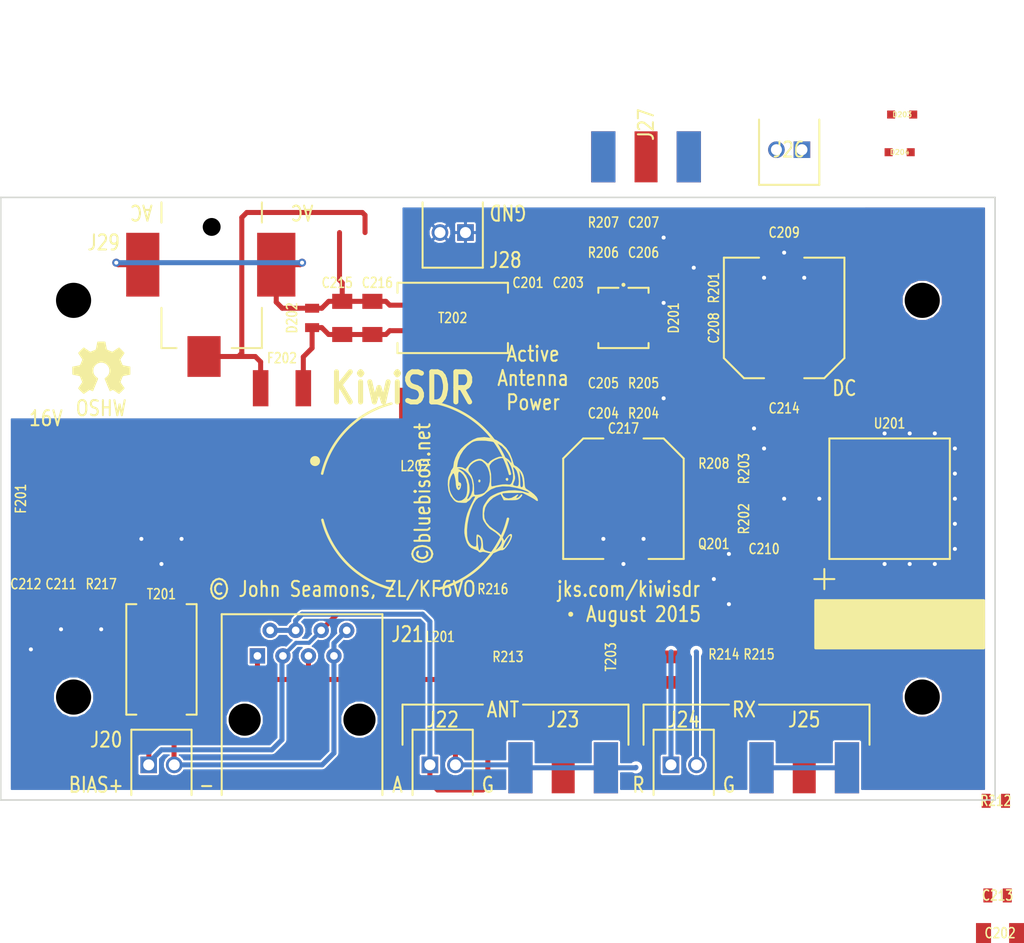
<source format=kicad_pcb>
(kicad_pcb (version 3) (host pcbnew "(2013-mar-25)-stable")

  (general
    (links 108)
    (no_connects 37)
    (area 112.169445 110.144999 216.330555 204.700001)
    (thickness 1.6)
    (drawings 32)
    (tracks 287)
    (zones 0)
    (modules 64)
    (nets 30)
  )

  (page A3)
  (layers
    (15 Top signal)
    (0 Gnd signal hide)
    (16 B.Adhes user hide)
    (17 F.Adhes user hide)
    (18 B.Paste user)
    (19 F.Paste user)
    (20 B.SilkS user)
    (21 F.SilkS user)
    (22 B.Mask user)
    (23 F.Mask user)
    (24 Dwgs.User user)
    (25 Cmts.User user)
    (26 Eco1.User user)
    (27 Eco2.User user hide)
    (28 Edge.Cuts user)
  )

  (setup
    (last_trace_width 1)
    (user_trace_width 0.15)
    (user_trace_width 0.2)
    (user_trace_width 0.25)
    (user_trace_width 0.3)
    (user_trace_width 0.35)
    (user_trace_width 0.4)
    (user_trace_width 0.5)
    (user_trace_width 1)
    (user_trace_width 1.5)
    (user_trace_width 2)
    (trace_clearance 0.2)
    (zone_clearance 0.2)
    (zone_45_only yes)
    (trace_min 0.15)
    (segment_width 0.15)
    (edge_width 0.15)
    (via_size 0.8)
    (via_drill 0.4)
    (via_min_size 0.8)
    (via_min_drill 0.4)
    (user_via 0.8 0.4)
    (user_via 1 0.5)
    (uvia_size 0.508)
    (uvia_drill 0.127)
    (uvias_allowed no)
    (uvia_min_size 0.508)
    (uvia_min_drill 0.127)
    (pcb_text_width 0.125)
    (pcb_text_size 1.2 1.5)
    (mod_edge_width 0.2)
    (mod_text_size 0.8 1)
    (mod_text_width 0.15)
    (pad_size 36 50)
    (pad_drill 0.762)
    (pad_to_mask_clearance 0)
    (aux_axis_origin 0 0)
    (visible_elements FFFF7FBF)
    (pcbplotparams
      (layerselection 301760513)
      (usegerberextensions true)
      (excludeedgelayer true)
      (linewidth 152400)
      (plotframeref false)
      (viasonmask false)
      (mode 1)
      (useauxorigin false)
      (hpglpennumber 1)
      (hpglpenspeed 20)
      (hpglpendiameter 15)
      (hpglpenoverlay 2)
      (psnegative false)
      (psa4output false)
      (plotreference true)
      (plotvalue false)
      (plotothertext false)
      (plotinvisibletext false)
      (padsonsilk false)
      (subtractmaskfromsilk false)
      (outputformat 1)
      (mirror false)
      (drillshape 0)
      (scaleselection 1)
      (outputdirectory plot/))
  )

  (net 0 "")
  (net 1 /AC1)
  (net 2 /AC2)
  (net 3 /AC3)
  (net 4 /AC4)
  (net 5 /AC5)
  (net 6 /ANT+)
  (net 7 /ANT-)
  (net 8 /BIAS+)
  (net 9 /BIAS-)
  (net 10 /CPL)
  (net 11 /RX1+)
  (net 12 /RX1-)
  (net 13 /RX2+)
  (net 14 /RX2-)
  (net 15 /SNB)
  (net 16 /SNB1)
  (net 17 /SNB2)
  (net 18 /SNB3)
  (net 19 /SNB4)
  (net 20 /TPG)
  (net 21 /VADJ)
  (net 22 /VIN)
  (net 23 /VMULT)
  (net 24 /VOUT1)
  (net 25 /VOUT2)
  (net 26 /VOUT3)
  (net 27 16V)
  (net 28 GND)
  (net 29 N-000006)

  (net_class Default "This is the default net class."
    (clearance 0.2)
    (trace_width 1)
    (via_dia 0.8)
    (via_drill 0.4)
    (uvia_dia 0.508)
    (uvia_drill 0.127)
    (add_net "")
    (add_net /AC1)
    (add_net /AC2)
    (add_net /AC3)
    (add_net /AC4)
    (add_net /AC5)
    (add_net /ANT+)
    (add_net /ANT-)
    (add_net /BIAS+)
    (add_net /BIAS-)
    (add_net /CPL)
    (add_net /RX1+)
    (add_net /RX1-)
    (add_net /RX2+)
    (add_net /RX2-)
    (add_net /SNB)
    (add_net /SNB1)
    (add_net /SNB2)
    (add_net /SNB3)
    (add_net /SNB4)
    (add_net /TPG)
    (add_net /VADJ)
    (add_net /VIN)
    (add_net /VMULT)
    (add_net /VOUT1)
    (add_net /VOUT2)
    (add_net /VOUT3)
    (add_net 16V)
    (add_net GND)
    (add_net N-000006)
  )

  (module kiwi-RJ45_8 (layer Top) (tedit 55BF1737) (tstamp 556E0B09)
    (at 143 182)
    (descr "FCI 54602-908LF")
    (tags RJ45)
    (path /54F0729C)
    (solder_mask_margin 0.05)
    (clearance 0.05)
    (fp_text reference J21 (at 10.5 -8.5) (layer F.SilkS)
      (effects (font (size 1.5 1.2) (thickness 0.2)))
    )
    (fp_text value RJ45 (at 0 0) (layer F.SilkS) hide
      (effects (font (size 1.5 1.2) (thickness 0.2)))
    )
    (fp_line (start -8 7.5) (end -8 -10.5) (layer F.SilkS) (width 0.2))
    (fp_line (start -8 -10.5) (end 8 -10.5) (layer F.SilkS) (width 0.2))
    (fp_line (start 8 -10.5) (end 8 7.5) (layer F.SilkS) (width 0.2))
    (fp_line (start -7.65 7.62) (end 7.65 7.62) (layer Dwgs.User) (width 0.01))
    (fp_line (start 7.65 7.62) (end 7.65 -10.12) (layer Dwgs.User) (width 0.01))
    (fp_line (start 7.65 -10.12) (end -7.65 -10.12) (layer Dwgs.User) (width 0.01))
    (fp_line (start -7.65 -10.12) (end -7.65 7.62) (layer Dwgs.User) (width 0.01))
    (pad Hole np_thru_hole circle (at 5.715 0) (size 3.2 3.2) (drill 3.2)
      (layers *.Mask)
    )
    (pad Hole np_thru_hole circle (at -5.715 0) (size 3.2 3.2) (drill 3.2)
      (layers *.Mask)
    )
    (pad 1 thru_hole rect (at -4.445 -6.35) (size 1.524 1.524) (drill 0.76)
      (layers *.Cu *.Mask)
      (net 7 /ANT-)
    )
    (pad 2 thru_hole circle (at -3.175 -8.89) (size 1.524 1.524) (drill 0.76)
      (layers *.Cu *.Mask)
      (net 6 /ANT+)
    )
    (pad 3 thru_hole circle (at -1.905 -6.35) (size 1.524 1.524) (drill 0.76)
      (layers *.Cu *.Mask)
      (net 8 /BIAS+)
    )
    (pad 4 thru_hole circle (at -0.635 -8.89) (size 1.524 1.524) (drill 0.76)
      (layers *.Cu *.Mask)
      (net 6 /ANT+)
    )
    (pad 5 thru_hole circle (at 0.635 -6.35) (size 1.524 1.524) (drill 0.76)
      (layers *.Cu *.Mask)
      (net 7 /ANT-)
    )
    (pad 6 thru_hole circle (at 1.905 -8.89) (size 1.524 1.524) (drill 0.76)
      (layers *.Cu *.Mask)
      (net 8 /BIAS+)
    )
    (pad 7 thru_hole circle (at 3.175 -6.35) (size 1.524 1.524) (drill 0.76)
      (layers *.Cu *.Mask)
      (net 9 /BIAS-)
    )
    (pad 8 thru_hole circle (at 4.445 -8.89) (size 1.524 1.524) (drill 0.76)
      (layers *.Cu *.Mask)
      (net 9 /BIAS-)
    )
  )

  (module kiwi-TB_2P_2_54MM (layer Top) (tedit 55C3D6A6) (tstamp 55BEE126)
    (at 158 133.5 180)
    (descr "TE TB_2P_2_54MM footprint")
    (path /55BEDE70)
    (solder_mask_margin 0.05)
    (clearance 0.05)
    (fp_text reference J28 (at -5.25 -2.75 180) (layer F.SilkS)
      (effects (font (size 1.5 1.2) (thickness 0.2)))
    )
    (fp_text value TB_2 (at 0 0 180) (layer F.SilkS) hide
      (effects (font (size 1.5 1.2) (thickness 0.2)))
    )
    (fp_line (start -3 3) (end -3 -3.5) (layer F.SilkS) (width 0.2))
    (fp_line (start -3 -3.5) (end 3 -3.5) (layer F.SilkS) (width 0.2))
    (fp_line (start 3 -3.5) (end 3 3) (layer F.SilkS) (width 0.2))
    (fp_line (start -2.77 -3.25) (end 2.77 -3.25) (layer Dwgs.User) (width 0.01))
    (fp_line (start 2.77 -3.25) (end 2.77 3.25) (layer Dwgs.User) (width 0.01))
    (fp_line (start 2.77 3.25) (end -2.77 3.25) (layer Dwgs.User) (width 0.01))
    (fp_line (start -2.77 3.25) (end -2.77 -3.25) (layer Dwgs.User) (width 0.01))
    (pad 1 thru_hole rect (at -1.27 0 180) (size 1.65 1.65) (drill 1.1)
      (layers *.Cu *.Mask)
      (net 29 N-000006)
    )
    (pad 2 thru_hole circle (at 1.27 0 180) (size 1.65 1.65) (drill 1.1)
      (layers *.Cu *.Mask)
      (net 29 N-000006)
    )
  )

  (module kiwi-TB_2P_2_54MM (layer Top) (tedit 55C3D844) (tstamp 556E0869)
    (at 181 186.5)
    (descr "TE TB_2P_2_54MM footprint")
    (path /54E7D671)
    (solder_mask_margin 0.05)
    (clearance 0.05)
    (fp_text reference J24 (at 0 -4.5) (layer F.SilkS)
      (effects (font (size 1.5 1.2) (thickness 0.2)))
    )
    (fp_text value TB_2 (at 0 0) (layer F.SilkS) hide
      (effects (font (size 1.5 1.2) (thickness 0.2)))
    )
    (fp_line (start -3 3) (end -3 -3.5) (layer F.SilkS) (width 0.2))
    (fp_line (start -3 -3.5) (end 3 -3.5) (layer F.SilkS) (width 0.2))
    (fp_line (start 3 -3.5) (end 3 3) (layer F.SilkS) (width 0.2))
    (fp_line (start -2.77 -3.25) (end 2.77 -3.25) (layer Dwgs.User) (width 0.01))
    (fp_line (start 2.77 -3.25) (end 2.77 3.25) (layer Dwgs.User) (width 0.01))
    (fp_line (start 2.77 3.25) (end -2.77 3.25) (layer Dwgs.User) (width 0.01))
    (fp_line (start -2.77 3.25) (end -2.77 -3.25) (layer Dwgs.User) (width 0.01))
    (pad 1 thru_hole rect (at -1.27 0) (size 1.65 1.65) (drill 1.1)
      (layers *.Cu *.Mask)
      (net 11 /RX1+)
    )
    (pad 2 thru_hole circle (at 1.27 0) (size 1.65 1.65) (drill 1.1)
      (layers *.Cu *.Mask)
      (net 12 /RX1-)
    )
  )

  (module kiwi-TB_2P_2_54MM (layer Top) (tedit 55C3D832) (tstamp 55C13648)
    (at 157 186.5)
    (descr "TE TB_2P_2_54MM footprint")
    (path /54E92B0B)
    (solder_mask_margin 0.05)
    (clearance 0.05)
    (fp_text reference J22 (at 0 -4.5) (layer F.SilkS)
      (effects (font (size 1.5 1.2) (thickness 0.2)))
    )
    (fp_text value TB_2 (at 0 0) (layer F.SilkS) hide
      (effects (font (size 1.5 1.2) (thickness 0.2)))
    )
    (fp_line (start -3 3) (end -3 -3.5) (layer F.SilkS) (width 0.2))
    (fp_line (start -3 -3.5) (end 3 -3.5) (layer F.SilkS) (width 0.2))
    (fp_line (start 3 -3.5) (end 3 3) (layer F.SilkS) (width 0.2))
    (fp_line (start -2.77 -3.25) (end 2.77 -3.25) (layer Dwgs.User) (width 0.01))
    (fp_line (start 2.77 -3.25) (end 2.77 3.25) (layer Dwgs.User) (width 0.01))
    (fp_line (start 2.77 3.25) (end -2.77 3.25) (layer Dwgs.User) (width 0.01))
    (fp_line (start -2.77 3.25) (end -2.77 -3.25) (layer Dwgs.User) (width 0.01))
    (pad 1 thru_hole rect (at -1.27 0) (size 1.65 1.65) (drill 1.1)
      (layers *.Cu *.Mask)
      (net 6 /ANT+)
    )
    (pad 2 thru_hole circle (at 1.27 0) (size 1.65 1.65) (drill 1.1)
      (layers *.Cu *.Mask)
      (net 7 /ANT-)
    )
  )

  (module kiwi-TB_2P_2_54MM (layer Top) (tedit 55C13749) (tstamp 556E087D)
    (at 129 186.5)
    (descr "TE TB_2P_2_54MM footprint")
    (path /54F0E557)
    (solder_mask_margin 0.05)
    (clearance 0.05)
    (fp_text reference J20 (at -5.5 -2.5) (layer F.SilkS)
      (effects (font (size 1.5 1.2) (thickness 0.2)))
    )
    (fp_text value TB_2 (at 0 0) (layer F.SilkS) hide
      (effects (font (size 1.5 1.2) (thickness 0.2)))
    )
    (fp_line (start -3 3) (end -3 -3.5) (layer F.SilkS) (width 0.2))
    (fp_line (start -3 -3.5) (end 3 -3.5) (layer F.SilkS) (width 0.2))
    (fp_line (start 3 -3.5) (end 3 3) (layer F.SilkS) (width 0.2))
    (fp_line (start -2.77 -3.25) (end 2.77 -3.25) (layer Dwgs.User) (width 0.01))
    (fp_line (start 2.77 -3.25) (end 2.77 3.25) (layer Dwgs.User) (width 0.01))
    (fp_line (start 2.77 3.25) (end -2.77 3.25) (layer Dwgs.User) (width 0.01))
    (fp_line (start -2.77 3.25) (end -2.77 -3.25) (layer Dwgs.User) (width 0.01))
    (pad 1 thru_hole rect (at -1.27 0) (size 1.65 1.65) (drill 1.1)
      (layers *.Cu *.Mask)
      (net 8 /BIAS+)
    )
    (pad 2 thru_hole circle (at 1.27 0) (size 1.65 1.65) (drill 1.1)
      (layers *.Cu *.Mask)
      (net 9 /BIAS-)
    )
  )

  (module kiwi-TP_1250 (layer Top) (tedit 55BEBD90) (tstamp 556E6A58)
    (at 197 151 90)
    (path /556E6010)
    (solder_mask_margin 0.05)
    (clearance 0.05)
    (fp_text reference TP201 (at 0 0 90) (layer F.SilkS) hide
      (effects (font (size 1 1) (thickness 0.15)))
    )
    (fp_text value TEST_POINT (at 0 0 90) (layer F.SilkS) hide
      (effects (font (size 1 1) (thickness 0.15)))
    )
    (pad 1 smd circle (at 0 0 90) (size 1.25 1.25)
      (layers Top F.Mask)
      (net 22 /VIN)
      (zone_connect 2)
    )
  )

  (module kiwi-TP_1250 (layer Top) (tedit 55BEBAC8) (tstamp 556E6A5D)
    (at 118 154 90)
    (path /556E6192)
    (solder_mask_margin 0.05)
    (clearance 0.05)
    (fp_text reference TP202 (at 0 0 90) (layer F.SilkS) hide
      (effects (font (size 1 1) (thickness 0.15)))
    )
    (fp_text value TEST_POINT (at 0 0 90) (layer F.SilkS) hide
      (effects (font (size 1 1) (thickness 0.15)))
    )
    (pad 1 smd circle (at 0 0 90) (size 1.25 1.25)
      (layers Top F.Mask)
      (net 24 /VOUT1)
      (zone_connect 2)
    )
  )

  (module kiwi-DC_JACK_2_1MM (layer Top) (tedit 55C3D6B7) (tstamp 556E085F)
    (at 134 130 90)
    (descr "TE DC_JACK_2_1MM footprint")
    (path /557415A9)
    (solder_mask_margin 0.05)
    (clearance 0.05)
    (attr smd)
    (fp_text reference J29 (at -4.5 -10.75 180) (layer F.SilkS)
      (effects (font (size 1.5 1.2) (thickness 0.2)))
    )
    (fp_text value "DC JACK 2.1MM" (at 0 0 90) (layer F.SilkS) hide
      (effects (font (size 1.5 1.2) (thickness 0.2)))
    )
    (fp_line (start -11 -5) (end -15 -5) (layer F.SilkS) (width 0.2))
    (fp_line (start -15 -5) (end -15 -3.5) (layer F.SilkS) (width 0.2))
    (fp_line (start -15 2) (end -15 5) (layer F.SilkS) (width 0.2))
    (fp_line (start -15 5) (end -11 5) (layer F.SilkS) (width 0.2))
    (fp_line (start -2.5 5) (end -0.5 5) (layer F.SilkS) (width 0.2))
    (fp_line (start -2.5 -5) (end -0.5 -5) (layer F.SilkS) (width 0.2))
    (fp_line (start -14.5 -4.5) (end 0 -4.5) (layer Dwgs.User) (width 0.01))
    (fp_line (start 0 -4.5) (end 0 4.5) (layer Dwgs.User) (width 0.01))
    (fp_line (start 0 4.5) (end -14.5 4.5) (layer Dwgs.User) (width 0.01))
    (fp_line (start -14.5 4.5) (end -14.5 -4.5) (layer Dwgs.User) (width 0.01))
    (fp_line (start -17.1 -1.45) (end -14.5 -1.45) (layer Dwgs.User) (width 0.01))
    (fp_line (start -17.1 -1.45) (end -17.1 0.25) (layer Dwgs.User) (width 0.01))
    (fp_line (start -17.1 0.25) (end -14.5 0.25) (layer Dwgs.User) (width 0.01))
    (fp_line (start -9 -4.5) (end -9 -7.6) (layer Dwgs.User) (width 0.01))
    (fp_line (start -9 -7.6) (end -4.4 -7.6) (layer Dwgs.User) (width 0.01))
    (fp_line (start -4.4 -7.6) (end -4.4 -4.5) (layer Dwgs.User) (width 0.01))
    (fp_line (start -9 4.5) (end -9 7.6) (layer Dwgs.User) (width 0.01))
    (fp_line (start -9 7.6) (end -4.4 7.6) (layer Dwgs.User) (width 0.01))
    (fp_line (start -4.4 7.6) (end -4.4 4.5) (layer Dwgs.User) (width 0.01))
    (pad 1 smd rect (at -15.84 -0.76 90) (size 4.06 3.3)
      (layers Top F.Paste F.Mask)
      (net 1 /AC1)
    )
    (pad 2 smd rect (at -6.7 -6.86 90) (size 6.35 3.3)
      (layers Top F.Paste F.Mask)
      (net 2 /AC2)
    )
    (pad 3 smd rect (at -6.7 6.43 90) (size 6.35 3.81)
      (layers Top F.Paste F.Mask)
      (net 2 /AC2)
    )
    (pad "" np_thru_hole circle (at -2.94 0 90) (size 2.7 2.7) (drill 1.78)
      (layers *.Mask)
    )
  )

  (module kiwi-SM1812 (layer Top) (tedit 55BEBC08) (tstamp 556E08E2)
    (at 141 149 180)
    (path /54FBBBE4)
    (solder_mask_margin 0.05)
    (clearance 0.05)
    (attr smd)
    (fp_text reference F202 (at 0 3 180) (layer F.SilkS)
      (effects (font (size 1 0.8) (thickness 0.15)))
    )
    (fp_text value "PPTC 200 mA" (at 0 0 180) (layer F.SilkS) hide
      (effects (font (size 1 0.8) (thickness 0.15)))
    )
    (pad 1 smd rect (at -2.125 0 180) (size 1.55 3.6)
      (layers Top F.Paste F.Mask)
      (net 3 /AC3)
    )
    (pad 2 smd rect (at 2.125 0 180) (size 1.55 3.6)
      (layers Top F.Paste F.Mask)
      (net 1 /AC1)
    )
  )

  (module kiwi-SM1812 (layer Top) (tedit 55BEBAB6) (tstamp 556E08DC)
    (at 118 160 90)
    (path /54F2366A)
    (solder_mask_margin 0.05)
    (clearance 0.05)
    (attr smd)
    (fp_text reference F201 (at 0 -3 90) (layer F.SilkS)
      (effects (font (size 1 0.8) (thickness 0.15)))
    )
    (fp_text value "PPTC 200 mA" (at 0 0 90) (layer F.SilkS) hide
      (effects (font (size 1 0.8) (thickness 0.15)))
    )
    (pad 1 smd rect (at -2.125 0 90) (size 1.55 3.6)
      (layers Top F.Paste F.Mask)
      (net 27 16V)
    )
    (pad 2 smd rect (at 2.125 0 90) (size 1.55 3.6)
      (layers Top F.Paste F.Mask)
      (net 24 /VOUT1)
    )
  )

  (module kiwi-SM1812 (layer Top) (tedit 55BF01D3) (tstamp 556E08D6)
    (at 161.75 173.75 180)
    (path /54ED5C44)
    (solder_mask_margin 0.05)
    (clearance 0.05)
    (attr smd)
    (fp_text reference L201 (at 5 0 180) (layer F.SilkS)
      (effects (font (size 1 0.8) (thickness 0.15)))
    )
    (fp_text value 100uH (at 0 0 180) (layer F.SilkS) hide
      (effects (font (size 1 0.8) (thickness 0.15)))
    )
    (pad 1 smd rect (at -2.125 0 180) (size 1.55 3.6)
      (layers Top F.Paste F.Mask)
      (net 6 /ANT+)
    )
    (pad 2 smd rect (at 2.125 0 180) (size 1.55 3.6)
      (layers Top F.Paste F.Mask)
      (net 8 /BIAS+)
    )
  )

  (module kiwi-SM0805 (layer Top) (tedit 55BEBCD3) (tstamp 556E0924)
    (at 182 139 270)
    (path /52BCBD21)
    (solder_mask_margin 0.05)
    (clearance 0.05)
    (attr smd)
    (fp_text reference R201 (at 0 -2 270) (layer F.SilkS)
      (effects (font (size 1 0.8) (thickness 0.15)))
    )
    (fp_text value 680R (at 0 0 270) (layer F.SilkS) hide
      (effects (font (size 1 0.8) (thickness 0.15)))
    )
    (pad 1 smd rect (at -0.9652 0 270) (size 0.889 1.397)
      (layers Top F.Paste F.Mask)
      (net 28 GND)
    )
    (pad 2 smd rect (at 0.9652 0 270) (size 0.889 1.397)
      (layers Top F.Paste F.Mask)
      (net 15 /SNB)
    )
  )

  (module kiwi-SM0805 (layer Top) (tedit 55BEBD0D) (tstamp 556E0936)
    (at 177 147 180)
    (path /54FC39ED)
    (solder_mask_margin 0.05)
    (clearance 0.05)
    (attr smd)
    (fp_text reference R205 (at 0 -1.5 180) (layer F.SilkS)
      (effects (font (size 1 0.8) (thickness 0.15)))
    )
    (fp_text value 47R (at 0 0 180) (layer F.SilkS) hide
      (effects (font (size 1 0.8) (thickness 0.15)))
    )
    (pad 1 smd rect (at -0.9652 0 180) (size 0.889 1.397)
      (layers Top F.Paste F.Mask)
      (net 22 /VIN)
    )
    (pad 2 smd rect (at 0.9652 0 180) (size 0.889 1.397)
      (layers Top F.Paste F.Mask)
      (net 17 /SNB2)
    )
  )

  (module kiwi-SM0805 (layer Top) (tedit 55BEBD0F) (tstamp 556E0966)
    (at 177 150 180)
    (path /54FC3BC9)
    (solder_mask_margin 0.05)
    (clearance 0.05)
    (attr smd)
    (fp_text reference R204 (at 0 -1.5 180) (layer F.SilkS)
      (effects (font (size 1 0.8) (thickness 0.15)))
    )
    (fp_text value 47R (at 0 0 180) (layer F.SilkS) hide
      (effects (font (size 1 0.8) (thickness 0.15)))
    )
    (pad 1 smd rect (at -0.9652 0 180) (size 0.889 1.397)
      (layers Top F.Paste F.Mask)
      (net 28 GND)
    )
    (pad 2 smd rect (at 0.9652 0 180) (size 0.889 1.397)
      (layers Top F.Paste F.Mask)
      (net 16 /SNB1)
    )
  )

  (module kiwi-SM0805 (layer Top) (tedit 55BEBA6B) (tstamp 556E0990)
    (at 123 171 270)
    (path /54EFBD76)
    (solder_mask_margin 0.05)
    (clearance 0.05)
    (attr smd)
    (fp_text reference R217 (at -2.5 0 360) (layer F.SilkS)
      (effects (font (size 1 0.8) (thickness 0.15)))
    )
    (fp_text value DNL (at 0 0 270) (layer F.SilkS) hide
      (effects (font (size 1 0.8) (thickness 0.15)))
    )
    (pad 1 smd rect (at -0.9652 0 270) (size 0.889 1.397)
      (layers Top F.Paste F.Mask)
      (net 20 /TPG)
    )
    (pad 2 smd rect (at 0.9652 0 270) (size 0.889 1.397)
      (layers Top F.Paste F.Mask)
      (net 28 GND)
    )
  )

  (module kiwi-SM0805 (layer Top) (tedit 55BEBBA8) (tstamp 556E0996)
    (at 162 170.5)
    (path /54F2DFB8)
    (solder_mask_margin 0.05)
    (clearance 0.05)
    (attr smd)
    (fp_text reference R216 (at 0 -1.5) (layer F.SilkS)
      (effects (font (size 1 0.8) (thickness 0.15)))
    )
    (fp_text value 1K5 (at 0 0) (layer F.SilkS) hide
      (effects (font (size 1 0.8) (thickness 0.15)))
    )
    (pad 1 smd rect (at -0.9652 0) (size 0.889 1.397)
      (layers Top F.Paste F.Mask)
      (net 8 /BIAS+)
    )
    (pad 2 smd rect (at 0.9652 0) (size 0.889 1.397)
      (layers Top F.Paste F.Mask)
      (net 6 /ANT+)
    )
  )

  (module kiwi-SM0805 (layer Top) (tedit 55BEBBCD) (tstamp 556E09A2)
    (at 188 178 90)
    (path /56AD47A2)
    (solder_mask_margin 0.05)
    (clearance 0.05)
    (attr smd)
    (fp_text reference R215 (at 2.5 0.5 180) (layer F.SilkS)
      (effects (font (size 1 0.8) (thickness 0.15)))
    )
    (fp_text value DNL (at 0 0 90) (layer F.SilkS) hide
      (effects (font (size 1 0.8) (thickness 0.15)))
    )
    (pad 1 smd rect (at -0.9652 0 90) (size 0.889 1.397)
      (layers Top F.Paste F.Mask)
      (net 28 GND)
    )
    (pad 2 smd rect (at 0.9652 0 90) (size 0.889 1.397)
      (layers Top F.Paste F.Mask)
      (net 12 /RX1-)
    )
  )

  (module kiwi-SM0805 (layer Top) (tedit 55BEE92B) (tstamp 55BEE952)
    (at 185 178 90)
    (path /54EE814A)
    (solder_mask_margin 0.05)
    (clearance 0.05)
    (attr smd)
    (fp_text reference R214 (at 2.5 0 180) (layer F.SilkS)
      (effects (font (size 1 0.8) (thickness 0.15)))
    )
    (fp_text value DNL (at 0 0 90) (layer F.SilkS) hide
      (effects (font (size 1 0.8) (thickness 0.15)))
    )
    (pad 1 smd rect (at -0.9652 0 90) (size 0.889 1.397)
      (layers Top F.Paste F.Mask)
      (net 10 /CPL)
    )
    (pad 2 smd rect (at 0.9652 0 90) (size 0.889 1.397)
      (layers Top F.Paste F.Mask)
      (net 11 /RX1+)
    )
  )

  (module kiwi-SM0805 (layer Top) (tedit 55BEBBD6) (tstamp 556E09B4)
    (at 163.5 178.25 90)
    (path /54EED26A)
    (solder_mask_margin 0.05)
    (clearance 0.05)
    (attr smd)
    (fp_text reference R213 (at 2.5 0 180) (layer F.SilkS)
      (effects (font (size 1 0.8) (thickness 0.15)))
    )
    (fp_text value 0R (at 0 0 90) (layer F.SilkS) hide
      (effects (font (size 1 0.8) (thickness 0.15)))
    )
    (pad 1 smd rect (at -0.9652 0 90) (size 0.889 1.397)
      (layers Top F.Paste F.Mask)
      (net 28 GND)
    )
    (pad 2 smd rect (at 0.9652 0 90) (size 0.889 1.397)
      (layers Top F.Paste F.Mask)
      (net 7 /ANT-)
    )
  )

  (module kiwi-SM0805 (layer Top) (tedit 55BEBDF0) (tstamp 556E09C6)
    (at 189 157 90)
    (path /54E912C3)
    (solder_mask_margin 0.05)
    (clearance 0.05)
    (attr smd)
    (fp_text reference R203 (at 0 -2 90) (layer F.SilkS)
      (effects (font (size 1 0.8) (thickness 0.15)))
    )
    (fp_text value 1K (at 0 0 90) (layer F.SilkS) hide
      (effects (font (size 1 0.8) (thickness 0.15)))
    )
    (pad 1 smd rect (at -0.9652 0 90) (size 0.889 1.397)
      (layers Top F.Paste F.Mask)
      (net 21 /VADJ)
    )
    (pad 2 smd rect (at 0.9652 0 90) (size 0.889 1.397)
      (layers Top F.Paste F.Mask)
      (net 28 GND)
    )
  )

  (module kiwi-SM0805 (layer Top) (tedit 55BEBDF7) (tstamp 556E09CC)
    (at 189 162 90)
    (path /54E912B3)
    (solder_mask_margin 0.05)
    (clearance 0.05)
    (attr smd)
    (fp_text reference R202 (at 0 -2 90) (layer F.SilkS)
      (effects (font (size 1 0.8) (thickness 0.15)))
    )
    (fp_text value 11K5 (at 0 0 90) (layer F.SilkS) hide
      (effects (font (size 1 0.8) (thickness 0.15)))
    )
    (pad 1 smd rect (at -0.9652 0 90) (size 0.889 1.397)
      (layers Top F.Paste F.Mask)
      (net 26 /VOUT3)
    )
    (pad 2 smd rect (at 0.9652 0 90) (size 0.889 1.397)
      (layers Top F.Paste F.Mask)
      (net 21 /VADJ)
    )
  )

  (module kiwi-SM0805 (layer Top) (tedit 55BEBCCF) (tstamp 556E09D2)
    (at 182 143 90)
    (path /54E82B58)
    (solder_mask_margin 0.05)
    (clearance 0.05)
    (attr smd)
    (fp_text reference C208 (at 0 2 90) (layer F.SilkS)
      (effects (font (size 1 0.8) (thickness 0.15)))
    )
    (fp_text value 100n/100 (at 0 0 90) (layer F.SilkS) hide
      (effects (font (size 1 0.8) (thickness 0.15)))
    )
    (pad 1 smd rect (at -0.9652 0 90) (size 0.889 1.397)
      (layers Top F.Paste F.Mask)
      (net 22 /VIN)
    )
    (pad 2 smd rect (at 0.9652 0 90) (size 0.889 1.397)
      (layers Top F.Paste F.Mask)
      (net 15 /SNB)
    )
  )

  (module kiwi-SM0805 (layer Top) (tedit 55BEBCF8) (tstamp 556E09D8)
    (at 177 134 180)
    (path /54E7F9B7)
    (solder_mask_margin 0.05)
    (clearance 0.05)
    (attr smd)
    (fp_text reference C207 (at 0 1.5 180) (layer F.SilkS)
      (effects (font (size 1 0.8) (thickness 0.15)))
    )
    (fp_text value 100n/100 (at 0 0 180) (layer F.SilkS) hide
      (effects (font (size 1 0.8) (thickness 0.15)))
    )
    (pad 1 smd rect (at -0.9652 0 180) (size 0.889 1.397)
      (layers Top F.Paste F.Mask)
      (net 28 GND)
    )
    (pad 2 smd rect (at 0.9652 0 180) (size 0.889 1.397)
      (layers Top F.Paste F.Mask)
      (net 19 /SNB4)
    )
  )

  (module kiwi-SM0805 (layer Top) (tedit 55BEBD09) (tstamp 556E09DE)
    (at 173 150 180)
    (path /54E7F9B1)
    (solder_mask_margin 0.05)
    (clearance 0.05)
    (attr smd)
    (fp_text reference C204 (at 0 -1.5 180) (layer F.SilkS)
      (effects (font (size 1 0.8) (thickness 0.15)))
    )
    (fp_text value 100n/100 (at 0 0 180) (layer F.SilkS) hide
      (effects (font (size 1 0.8) (thickness 0.15)))
    )
    (pad 1 smd rect (at -0.9652 0 180) (size 0.889 1.397)
      (layers Top F.Paste F.Mask)
      (net 16 /SNB1)
    )
    (pad 2 smd rect (at 0.9652 0 180) (size 0.889 1.397)
      (layers Top F.Paste F.Mask)
      (net 4 /AC4)
    )
  )

  (module kiwi-SM0805 (layer Top) (tedit 55BEBCEF) (tstamp 556E09E4)
    (at 177 137 180)
    (path /54E80BBC)
    (solder_mask_margin 0.05)
    (clearance 0.05)
    (attr smd)
    (fp_text reference C206 (at 0 1.5 180) (layer F.SilkS)
      (effects (font (size 1 0.8) (thickness 0.15)))
    )
    (fp_text value 100n/100 (at 0 0 180) (layer F.SilkS) hide
      (effects (font (size 1 0.8) (thickness 0.15)))
    )
    (pad 1 smd rect (at -0.9652 0 180) (size 0.889 1.397)
      (layers Top F.Paste F.Mask)
      (net 22 /VIN)
    )
    (pad 2 smd rect (at 0.9652 0 180) (size 0.889 1.397)
      (layers Top F.Paste F.Mask)
      (net 18 /SNB3)
    )
  )

  (module kiwi-SM0805 (layer Top) (tedit 55BEBD05) (tstamp 556E09EA)
    (at 173 147 180)
    (path /54E80BB6)
    (solder_mask_margin 0.05)
    (clearance 0.05)
    (attr smd)
    (fp_text reference C205 (at 0 -1.5 180) (layer F.SilkS)
      (effects (font (size 1 0.8) (thickness 0.15)))
    )
    (fp_text value 100n/100 (at 0 0 180) (layer F.SilkS) hide
      (effects (font (size 1 0.8) (thickness 0.15)))
    )
    (pad 1 smd rect (at -0.9652 0 180) (size 0.889 1.397)
      (layers Top F.Paste F.Mask)
      (net 17 /SNB2)
    )
    (pad 2 smd rect (at 0.9652 0 180) (size 0.889 1.397)
      (layers Top F.Paste F.Mask)
      (net 4 /AC4)
    )
  )

  (module kiwi-SM0805 (layer Top) (tedit 55BEBC64) (tstamp 55BC080D)
    (at 144 142 270)
    (path /54FC9894)
    (solder_mask_margin 0.05)
    (clearance 0.05)
    (attr smd)
    (fp_text reference D202 (at 0 2 270) (layer F.SilkS)
      (effects (font (size 1 0.8) (thickness 0.15)))
    )
    (fp_text value "TVS 25VAC" (at 0 0 270) (layer F.SilkS) hide
      (effects (font (size 1 0.8) (thickness 0.15)))
    )
    (pad 1 smd rect (at -0.9652 0 270) (size 0.889 1.397)
      (layers Top F.Paste F.Mask)
      (net 2 /AC2)
    )
    (pad 2 smd rect (at 0.9652 0 270) (size 0.889 1.397)
      (layers Top F.Paste F.Mask)
      (net 3 /AC3)
    )
  )

  (module kiwi-SM0805 (layer Top) (tedit 55BEBCEB) (tstamp 556E0A74)
    (at 173 137 180)
    (path /54FC3E3B)
    (solder_mask_margin 0.05)
    (clearance 0.05)
    (attr smd)
    (fp_text reference R206 (at 0 1.5 180) (layer F.SilkS)
      (effects (font (size 1 0.8) (thickness 0.15)))
    )
    (fp_text value 47R (at 0 0 180) (layer F.SilkS) hide
      (effects (font (size 1 0.8) (thickness 0.15)))
    )
    (pad 1 smd rect (at -0.9652 0 180) (size 0.889 1.397)
      (layers Top F.Paste F.Mask)
      (net 18 /SNB3)
    )
    (pad 2 smd rect (at 0.9652 0 180) (size 0.889 1.397)
      (layers Top F.Paste F.Mask)
      (net 5 /AC5)
    )
  )

  (module kiwi-SM0805 (layer Top) (tedit 55BEBCF5) (tstamp 556E0A8C)
    (at 173 134 180)
    (path /54FC3E4B)
    (solder_mask_margin 0.05)
    (clearance 0.05)
    (attr smd)
    (fp_text reference R207 (at 0 1.5 180) (layer F.SilkS)
      (effects (font (size 1 0.8) (thickness 0.15)))
    )
    (fp_text value 47R (at 0 0 180) (layer F.SilkS) hide
      (effects (font (size 1 0.8) (thickness 0.15)))
    )
    (pad 1 smd rect (at -0.9652 0 180) (size 0.889 1.397)
      (layers Top F.Paste F.Mask)
      (net 19 /SNB4)
    )
    (pad 2 smd rect (at 0.9652 0 180) (size 0.889 1.397)
      (layers Top F.Paste F.Mask)
      (net 5 /AC5)
    )
  )

  (module kiwi-SM0805 (layer Top) (tedit 55BEBDD5) (tstamp 55BE883A)
    (at 184 158 180)
    (path /55B18252)
    (solder_mask_margin 0.05)
    (clearance 0.05)
    (attr smd)
    (fp_text reference R208 (at 0 1.5 180) (layer F.SilkS)
      (effects (font (size 1 0.8) (thickness 0.15)))
    )
    (fp_text value 1K (at 0 0 180) (layer F.SilkS) hide
      (effects (font (size 1 0.8) (thickness 0.15)))
    )
    (pad 1 smd rect (at -0.9652 0 180) (size 0.889 1.397)
      (layers Top F.Paste F.Mask)
      (net 26 /VOUT3)
    )
    (pad 2 smd rect (at 0.9652 0 180) (size 0.889 1.397)
      (layers Top F.Paste F.Mask)
      (net 23 /VMULT)
    )
  )

  (module kiwi-SM0805 (layer Top) (tedit 55BEBA8E) (tstamp 556E0AD4)
    (at 119 171 270)
    (path /54E93C69)
    (solder_mask_margin 0.05)
    (clearance 0.05)
    (attr smd)
    (fp_text reference C211 (at -2.5 0 360) (layer F.SilkS)
      (effects (font (size 1 0.8) (thickness 0.15)))
    )
    (fp_text value 1n/100 (at 0 0 270) (layer F.SilkS) hide
      (effects (font (size 1 0.8) (thickness 0.15)))
    )
    (pad 1 smd rect (at -0.9652 0 270) (size 0.889 1.397)
      (layers Top F.Paste F.Mask)
      (net 27 16V)
    )
    (pad 2 smd rect (at 0.9652 0 270) (size 0.889 1.397)
      (layers Top F.Paste F.Mask)
      (net 28 GND)
    )
  )

  (module kiwi-SM1206 (layer Top) (tedit 55BEBA97) (tstamp 556E0ADA)
    (at 116 172 270)
    (path /52BBC091)
    (solder_mask_margin 0.05)
    (clearance 0.05)
    (attr smd)
    (fp_text reference C212 (at -3.5 0.5 360) (layer F.SilkS)
      (effects (font (size 1 0.8) (thickness 0.15)))
    )
    (fp_text value 470n/100 (at 0 0 270) (layer F.SilkS) hide
      (effects (font (size 1 0.8) (thickness 0.15)))
    )
    (pad 1 smd rect (at -1.65 0 270) (size 1.5 2)
      (layers Top F.Paste F.Mask)
      (net 27 16V)
    )
    (pad 2 smd rect (at 1.65 0 270) (size 1.5 2)
      (layers Top F.Paste F.Mask)
      (net 28 GND)
    )
  )

  (module kiwi-SM1206 (layer Top) (tedit 55BEBC83) (tstamp 55BC07FF)
    (at 150 142 90)
    (path /556E877F)
    (solder_mask_margin 0.05)
    (clearance 0.05)
    (attr smd)
    (fp_text reference C216 (at 3.5 0.5 180) (layer F.SilkS)
      (effects (font (size 1 0.8) (thickness 0.15)))
    )
    (fp_text value 470n/100 (at 0 0 90) (layer F.SilkS) hide
      (effects (font (size 1 0.8) (thickness 0.15)))
    )
    (pad 1 smd rect (at -1.65 0 90) (size 1.5 2)
      (layers Top F.Paste F.Mask)
      (net 3 /AC3)
    )
    (pad 2 smd rect (at 1.65 0 90) (size 1.5 2)
      (layers Top F.Paste F.Mask)
      (net 2 /AC2)
    )
  )

  (module kiwi-SM1206 (layer Top) (tedit 55BEBC87) (tstamp 55BC0806)
    (at 147 142 90)
    (path /556E8779)
    (solder_mask_margin 0.05)
    (clearance 0.05)
    (attr smd)
    (fp_text reference C215 (at 3.5 -0.5 180) (layer F.SilkS)
      (effects (font (size 1 0.8) (thickness 0.15)))
    )
    (fp_text value 470n/100 (at 0 0 90) (layer F.SilkS) hide
      (effects (font (size 1 0.8) (thickness 0.15)))
    )
    (pad 1 smd rect (at -1.65 0 90) (size 1.5 2)
      (layers Top F.Paste F.Mask)
      (net 3 /AC3)
    )
    (pad 2 smd rect (at 1.65 0 90) (size 1.5 2)
      (layers Top F.Paste F.Mask)
      (net 2 /AC2)
    )
  )

  (module kiwi-SM1206 (layer Top) (tedit 55BEBC99) (tstamp 556E08FA)
    (at 166 142 90)
    (path /54FC04C7)
    (solder_mask_margin 0.05)
    (clearance 0.05)
    (attr smd)
    (fp_text reference C201 (at 3.5 -0.5 180) (layer F.SilkS)
      (effects (font (size 1 0.8) (thickness 0.15)))
    )
    (fp_text value 470n/100 (at 0 0 90) (layer F.SilkS) hide
      (effects (font (size 1 0.8) (thickness 0.15)))
    )
    (pad 1 smd rect (at -1.65 0 90) (size 1.5 2)
      (layers Top F.Paste F.Mask)
      (net 4 /AC4)
    )
    (pad 2 smd rect (at 1.65 0 90) (size 1.5 2)
      (layers Top F.Paste F.Mask)
      (net 5 /AC5)
    )
  )

  (module kiwi-SM1206 (layer Top) (tedit 55BEBD95) (tstamp 556E08F4)
    (at 191 153 180)
    (path /54F2AF98)
    (solder_mask_margin 0.05)
    (clearance 0.05)
    (attr smd)
    (fp_text reference C214 (at 0 2 180) (layer F.SilkS)
      (effects (font (size 1 0.8) (thickness 0.15)))
    )
    (fp_text value 470n/100 (at 0 0 180) (layer F.SilkS) hide
      (effects (font (size 1 0.8) (thickness 0.15)))
    )
    (pad 1 smd rect (at -1.65 0 180) (size 1.5 2)
      (layers Top F.Paste F.Mask)
      (net 22 /VIN)
    )
    (pad 2 smd rect (at 1.65 0 180) (size 1.5 2)
      (layers Top F.Paste F.Mask)
      (net 28 GND)
    )
  )

  (module kiwi-SM1206 (layer Top) (tedit 55BEBCA0) (tstamp 556E08EE)
    (at 169 142 90)
    (path /54F2478E)
    (solder_mask_margin 0.05)
    (clearance 0.05)
    (attr smd)
    (fp_text reference C203 (at 3.5 0.5 180) (layer F.SilkS)
      (effects (font (size 1 0.8) (thickness 0.15)))
    )
    (fp_text value 470n/100 (at 0 0 90) (layer F.SilkS) hide
      (effects (font (size 1 0.8) (thickness 0.15)))
    )
    (pad 1 smd rect (at -1.65 0 90) (size 1.5 2)
      (layers Top F.Paste F.Mask)
      (net 4 /AC4)
    )
    (pad 2 smd rect (at 1.65 0 90) (size 1.5 2)
      (layers Top F.Paste F.Mask)
      (net 5 /AC5)
    )
  )

  (module kiwi-CMC (layer Top) (tedit 55BE98D4) (tstamp 556E0B65)
    (at 158 142 180)
    (path /54F2D4FF)
    (solder_mask_margin 0.05)
    (clearance 0.05)
    (attr smd)
    (fp_text reference T202 (at 0 0 180) (layer F.SilkS)
      (effects (font (size 1 0.8) (thickness 0.15)))
    )
    (fp_text value "CMC 2 mH" (at 0 5 180) (layer F.SilkS) hide
      (effects (font (size 1 0.8) (thickness 0.15)))
    )
    (fp_line (start -5.5 2.5) (end -5.5 3.5) (layer F.SilkS) (width 0.2))
    (fp_line (start -5.5 3.5) (end 5.5 3.5) (layer F.SilkS) (width 0.2))
    (fp_line (start 5.5 3.5) (end 5.5 2.5) (layer F.SilkS) (width 0.2))
    (fp_line (start -5.5 -2.5) (end -5.5 -3.5) (layer F.SilkS) (width 0.2))
    (fp_line (start -5.5 -3.5) (end 5.5 -3.5) (layer F.SilkS) (width 0.2))
    (fp_line (start 5.5 -3.5) (end 5.5 -2.5) (layer F.SilkS) (width 0.2))
    (fp_line (start -4.6 -3) (end 4.6 -3) (layer Dwgs.User) (width 0.01))
    (fp_line (start 4.6 -3) (end 4.6 3) (layer Dwgs.User) (width 0.01))
    (fp_line (start 4.6 3) (end -4.6 3) (layer Dwgs.User) (width 0.01))
    (fp_line (start -4.6 3) (end -4.6 -3) (layer Dwgs.User) (width 0.01))
    (pad 1 smd rect (at -3.75 -1.27 180) (size 2 1.2)
      (layers Top F.Paste F.Mask)
      (net 4 /AC4)
    )
    (pad 4 smd rect (at 3.75 -1.27 180) (size 2 1.2)
      (layers Top F.Paste F.Mask)
      (net 3 /AC3)
    )
    (pad 2 smd rect (at -3.75 1.27 180) (size 2 1.2)
      (layers Top F.Paste F.Mask)
      (net 5 /AC5)
    )
    (pad 3 smd rect (at 3.75 1.27 180) (size 2 1.2)
      (layers Top F.Paste F.Mask)
      (net 2 /AC2)
    )
  )

  (module kiwi-CMC (layer Top) (tedit 55BEBAE4) (tstamp 556E0B75)
    (at 129 176 90)
    (path /54EFB1B4)
    (solder_mask_margin 0.05)
    (clearance 0.05)
    (attr smd)
    (fp_text reference T201 (at 6.5 0 180) (layer F.SilkS)
      (effects (font (size 1 0.8) (thickness 0.15)))
    )
    (fp_text value "CMC 2 mH" (at 0 5 90) (layer F.SilkS) hide
      (effects (font (size 1 0.8) (thickness 0.15)))
    )
    (fp_line (start -5.5 2.5) (end -5.5 3.5) (layer F.SilkS) (width 0.2))
    (fp_line (start -5.5 3.5) (end 5.5 3.5) (layer F.SilkS) (width 0.2))
    (fp_line (start 5.5 3.5) (end 5.5 2.5) (layer F.SilkS) (width 0.2))
    (fp_line (start -5.5 -2.5) (end -5.5 -3.5) (layer F.SilkS) (width 0.2))
    (fp_line (start -5.5 -3.5) (end 5.5 -3.5) (layer F.SilkS) (width 0.2))
    (fp_line (start 5.5 -3.5) (end 5.5 -2.5) (layer F.SilkS) (width 0.2))
    (fp_line (start -4.6 -3) (end 4.6 -3) (layer Dwgs.User) (width 0.01))
    (fp_line (start 4.6 -3) (end 4.6 3) (layer Dwgs.User) (width 0.01))
    (fp_line (start 4.6 3) (end -4.6 3) (layer Dwgs.User) (width 0.01))
    (fp_line (start -4.6 3) (end -4.6 -3) (layer Dwgs.User) (width 0.01))
    (pad 1 smd rect (at -3.75 -1.27 90) (size 2 1.2)
      (layers Top F.Paste F.Mask)
      (net 8 /BIAS+)
    )
    (pad 4 smd rect (at 3.75 -1.27 90) (size 2 1.2)
      (layers Top F.Paste F.Mask)
      (net 27 16V)
    )
    (pad 2 smd rect (at -3.75 1.27 90) (size 2 1.2)
      (layers Top F.Paste F.Mask)
      (net 9 /BIAS-)
    )
    (pad 3 smd rect (at 3.75 1.27 90) (size 2 1.2)
      (layers Top F.Paste F.Mask)
      (net 20 /TPG)
    )
  )

  (module kiwi-TO269_AA (layer Top) (tedit 55BEBCDA) (tstamp 556E0837)
    (at 175 142 270)
    (path /54E7F41A)
    (solder_mask_margin 0.05)
    (clearance 0.05)
    (attr smd)
    (fp_text reference D201 (at 0 -5 270) (layer F.SilkS)
      (effects (font (size 1 0.8) (thickness 0.15)))
    )
    (fp_text value "BR 0.5A 400V" (at 0 0 270) (layer F.SilkS) hide
      (effects (font (size 1 0.8) (thickness 0.15)))
    )
    (fp_line (start -3 0.5) (end -3 2.5) (layer F.SilkS) (width 0.2))
    (fp_line (start -3 2.5) (end -2.5 2.5) (layer F.SilkS) (width 0.2))
    (fp_line (start -2.5 -2.5) (end -3 -2.5) (layer F.SilkS) (width 0.2))
    (fp_line (start -3 -2.5) (end -3 -0.5) (layer F.SilkS) (width 0.2))
    (fp_line (start 2.5 -2.5) (end 3 -2.5) (layer F.SilkS) (width 0.2))
    (fp_line (start 3 -2.5) (end 3 2.5) (layer F.SilkS) (width 0.2))
    (fp_line (start 3 2.5) (end 2.5 2.5) (layer F.SilkS) (width 0.2))
    (fp_line (start -2.5 -2) (end 2.5 -2) (layer Dwgs.User) (width 0.01))
    (fp_line (start 2.5 -2) (end 2.5 2) (layer Dwgs.User) (width 0.01))
    (fp_line (start 2.5 2) (end -2.5 2) (layer Dwgs.User) (width 0.01))
    (fp_line (start -2.5 2) (end -2.5 -2) (layer Dwgs.User) (width 0.01))
    (fp_circle (center -3.3 0) (end -3.2 0) (layer F.SilkS) (width 0.2))
    (pad 1 smd rect (at -1.335 3.075 270) (size 0.58 0.76)
      (layers Top F.Paste F.Mask)
      (net 5 /AC5)
    )
    (pad 2 smd rect (at 1.335 3.075 270) (size 0.58 0.76)
      (layers Top F.Paste F.Mask)
      (net 4 /AC4)
    )
    (pad 3 smd rect (at 1.335 -3.075 270) (size 0.58 0.76)
      (layers Top F.Paste F.Mask)
      (net 22 /VIN)
    )
    (pad 4 smd rect (at -1.335 -3.075 270) (size 0.58 0.76)
      (layers Top F.Paste F.Mask)
      (net 28 GND)
    )
  )

  (module kiwi-CAP_10x10 (layer Top) (tedit 55BEE580) (tstamp 556E0BA4)
    (at 191 142 90)
    (path /54EEB625)
    (solder_mask_margin 0.05)
    (clearance 0.05)
    (attr smd)
    (fp_text reference C209 (at 8.5 0 180) (layer F.SilkS)
      (effects (font (size 1 0.8) (thickness 0.15)))
    )
    (fp_text value "330u/35 EL" (at 0 0 90) (layer F.SilkS) hide
      (effects (font (size 1 0.8) (thickness 0.15)))
    )
    (fp_line (start -6 2) (end -6 4) (layer F.SilkS) (width 0.2))
    (fp_line (start -6 4) (end -4 6) (layer F.SilkS) (width 0.2))
    (fp_line (start -4 6) (end 6 6) (layer F.SilkS) (width 0.2))
    (fp_line (start 6 6) (end 6 2) (layer F.SilkS) (width 0.2))
    (fp_line (start -6 -2) (end -6 -4) (layer F.SilkS) (width 0.2))
    (fp_line (start -6 -4) (end -4 -6) (layer F.SilkS) (width 0.2))
    (fp_line (start -4 -6) (end 6 -6) (layer F.SilkS) (width 0.2))
    (fp_line (start 6 -6) (end 6 -2.5) (layer F.SilkS) (width 0.2))
    (fp_line (start -4 -5.15) (end 5.15 -5.15) (layer Dwgs.User) (width 0.01))
    (fp_line (start 5.15 -5.15) (end 5.15 5.15) (layer Dwgs.User) (width 0.01))
    (fp_line (start 5.15 5.15) (end -4 5.15) (layer Dwgs.User) (width 0.01))
    (fp_line (start -4 5.15) (end -5.15 4) (layer Dwgs.User) (width 0.01))
    (fp_line (start -5.15 4) (end -5.15 -4) (layer Dwgs.User) (width 0.01))
    (fp_line (start -5.15 -4) (end -4 -5.15) (layer Dwgs.User) (width 0.01))
    (pad 1 smd rect (at -4 0 90) (size 4 2.5)
      (layers Top F.Paste F.Mask)
      (net 22 /VIN)
    )
    (pad 2 smd rect (at 4 0 90) (size 4 2.5)
      (layers Top F.Paste F.Mask)
      (net 28 GND)
    )
  )

  (module kiwi-CAP_10x10 (layer Top) (tedit 55BEBE17) (tstamp 55B19BAB)
    (at 175 160 270)
    (path /55B186A5)
    (solder_mask_margin 0.05)
    (clearance 0.05)
    (attr smd)
    (fp_text reference C217 (at -7 0 360) (layer F.SilkS)
      (effects (font (size 1 0.8) (thickness 0.15)))
    )
    (fp_text value "330u/35 EL" (at 0 0 270) (layer F.SilkS) hide
      (effects (font (size 1 0.8) (thickness 0.15)))
    )
    (fp_line (start -6 2) (end -6 4) (layer F.SilkS) (width 0.2))
    (fp_line (start -6 4) (end -4 6) (layer F.SilkS) (width 0.2))
    (fp_line (start -4 6) (end 6 6) (layer F.SilkS) (width 0.2))
    (fp_line (start 6 6) (end 6 2) (layer F.SilkS) (width 0.2))
    (fp_line (start -6 -2) (end -6 -4) (layer F.SilkS) (width 0.2))
    (fp_line (start -6 -4) (end -4 -6) (layer F.SilkS) (width 0.2))
    (fp_line (start -4 -6) (end 6 -6) (layer F.SilkS) (width 0.2))
    (fp_line (start 6 -6) (end 6 -2.5) (layer F.SilkS) (width 0.2))
    (fp_line (start -4 -5.15) (end 5.15 -5.15) (layer Dwgs.User) (width 0.01))
    (fp_line (start 5.15 -5.15) (end 5.15 5.15) (layer Dwgs.User) (width 0.01))
    (fp_line (start 5.15 5.15) (end -4 5.15) (layer Dwgs.User) (width 0.01))
    (fp_line (start -4 5.15) (end -5.15 4) (layer Dwgs.User) (width 0.01))
    (fp_line (start -5.15 4) (end -5.15 -4) (layer Dwgs.User) (width 0.01))
    (fp_line (start -5.15 -4) (end -4 -5.15) (layer Dwgs.User) (width 0.01))
    (pad 1 smd rect (at -4 0 270) (size 4 2.5)
      (layers Top F.Paste F.Mask)
      (net 23 /VMULT)
    )
    (pad 2 smd rect (at 4 0 270) (size 4 2.5)
      (layers Top F.Paste F.Mask)
      (net 28 GND)
    )
  )

  (module kiwi-TO263 (layer Top) (tedit 55BEBE3C) (tstamp 556E0841)
    (at 198 160 270)
    (path /54EFC423)
    (solder_mask_margin 0.05)
    (clearance 0.05)
    (attr smd)
    (fp_text reference U201 (at -7.5 -3.5 360) (layer F.SilkS)
      (effects (font (size 1 0.8) (thickness 0.15)))
    )
    (fp_text value LM2941 (at 0 0 270) (layer F.SilkS) hide
      (effects (font (size 1 0.8) (thickness 0.15)))
    )
    (fp_line (start 6 2.5) (end -6 2.5) (layer F.SilkS) (width 0.2))
    (fp_line (start -6 2.5) (end -6 -9.5) (layer F.SilkS) (width 0.2))
    (fp_line (start -6 -9.5) (end 6 -9.5) (layer F.SilkS) (width 0.2))
    (fp_line (start 6 -9.5) (end 6 2.5) (layer F.SilkS) (width 0.2))
    (fp_line (start -5.08 -8.195) (end 5.08 -8.195) (layer Dwgs.User) (width 0.01))
    (fp_line (start 5.08 -8.195) (end 5.08 1.715) (layer Dwgs.User) (width 0.01))
    (fp_line (start 5.08 1.715) (end -5.08 1.715) (layer Dwgs.User) (width 0.01))
    (fp_line (start -5.08 1.715) (end -5.08 -8.195) (layer Dwgs.User) (width 0.01))
    (pad 1 smd rect (at -3.4 5.335 270) (size 1.07 2.16)
      (layers Top F.Paste F.Mask)
      (net 21 /VADJ)
    )
    (pad 2 smd rect (at -1.7 5.335 270) (size 1.07 2.16)
      (layers Top F.Paste F.Mask)
      (net 28 GND)
    )
    (pad 3 smd rect (at 0 5.335 270) (size 1.07 2.16)
      (layers Top F.Paste F.Mask)
      (net 28 GND)
    )
    (pad 4 smd rect (at 1.7 5.335 270) (size 1.07 2.16)
      (layers Top F.Paste F.Mask)
      (net 22 /VIN)
    )
    (pad 5 smd rect (at 3.4 5.335 270) (size 1.07 2.16)
      (layers Top F.Paste F.Mask)
      (net 26 /VOUT3)
    )
    (pad TAB smd rect (at 0 -5.335 270) (size 10.8 7)
      (layers Top F.Paste F.Mask)
      (net 28 GND)
    )
  )

  (module kiwi-SOT23_BCE (layer Top) (tedit 55BEBDDB) (tstamp 55BE8833)
    (at 184 162 270)
    (path /55B1821F)
    (solder_mask_margin 0.05)
    (clearance 0.05)
    (attr smd)
    (fp_text reference Q201 (at 2.5 0 360) (layer F.SilkS)
      (effects (font (size 1 0.8) (thickness 0.15)))
    )
    (fp_text value MMBT4401 (at 0 0 270) (layer F.SilkS) hide
      (effects (font (size 1 0.8) (thickness 0.15)))
    )
    (pad B smd rect (at -0.95 1 270) (size 0.8 0.9)
      (layers Top F.Paste F.Mask)
      (net 23 /VMULT)
    )
    (pad E smd rect (at 0.95 1 270) (size 0.8 0.9)
      (layers Top F.Paste F.Mask)
      (net 25 /VOUT2)
    )
    (pad C smd rect (at 0 -1 270) (size 0.8 0.9)
      (layers Top F.Paste F.Mask)
      (net 26 /VOUT3)
    )
  )

  (module kiwi-BNC_SMA_NO_VIP (layer Top) (tedit 55BF013F) (tstamp 5573FEBD)
    (at 193 190 90)
    (descr "Amp / Connex BNC using SMA edge-mount footprint (no VIP)")
    (path /5573F514)
    (solder_mask_margin 0.05)
    (clearance 0.05)
    (fp_text reference J25 (at 8 0 180) (layer F.SilkS)
      (effects (font (size 1.5 1.2) (thickness 0.2)))
    )
    (fp_text value SMA (at 0 0 90) (layer F.SilkS) hide
      (effects (font (size 1.5 1.2) (thickness 0.2)))
    )
    (fp_line (start -1.52 -5.51) (end 0 -5.51) (layer Dwgs.User) (width 0.01))
    (fp_line (start 0 -5.51) (end 0 5.51) (layer Dwgs.User) (width 0.01))
    (fp_line (start 0 5.51) (end -1.52 5.51) (layer Dwgs.User) (width 0.01))
    (fp_line (start -1.52 5.51) (end -1.52 -5.51) (layer Dwgs.User) (width 0.01))
    (fp_line (start 0 -0.38) (end 4.57 -0.38) (layer Dwgs.User) (width 0.01))
    (fp_line (start 4.57 -0.38) (end 4.57 0.38) (layer Dwgs.User) (width 0.01))
    (fp_line (start 4.57 0.38) (end 0 0.38) (layer Dwgs.User) (width 0.01))
    (fp_line (start 0 -5.51) (end 4.57 -5.51) (layer Dwgs.User) (width 0.01))
    (fp_line (start 4.57 -5.51) (end 4.57 -4.345) (layer Dwgs.User) (width 0.01))
    (fp_line (start 4.57 -4.345) (end 0 -4.345) (layer Dwgs.User) (width 0.01))
    (fp_line (start 0 5.51) (end 4.57 5.51) (layer Dwgs.User) (width 0.01))
    (fp_line (start 4.57 5.51) (end 4.57 4.345) (layer Dwgs.User) (width 0.01))
    (fp_line (start 4.57 4.345) (end 0 4.345) (layer Dwgs.User) (width 0.01))
    (fp_line (start -1.52 4.825) (end -12.4 4.825) (layer Dwgs.User) (width 0.01))
    (fp_line (start -12.4 4.825) (end -12.4 -4.825) (layer Dwgs.User) (width 0.01))
    (fp_line (start -12.4 -4.825) (end -1.52 -4.825) (layer Dwgs.User) (width 0.01))
    (pad 1 smd rect (at 3.21 0 90) (size 5.08 2.29)
      (layers Top F.Mask)
      (net 11 /RX1+)
    )
    (pad 2 smd rect (at 3.21 4.255 90) (size 5.08 2.415)
      (layers *.Cu *.Mask)
      (net 12 /RX1-)
    )
    (pad 3 smd rect (at 3.21 -4.255 90) (size 5.08 2.415)
      (layers *.Cu *.Mask)
      (net 12 /RX1-)
    )
  )

  (module kiwi-BNC_SMA_NO_VIP (layer Top) (tedit 55BEE979) (tstamp 5573FE94)
    (at 169 190 90)
    (descr "Amp / Connex BNC using SMA edge-mount footprint (no VIP)")
    (path /5573F133)
    (solder_mask_margin 0.05)
    (clearance 0.05)
    (fp_text reference J23 (at 8 0 180) (layer F.SilkS)
      (effects (font (size 1.5 1.2) (thickness 0.2)))
    )
    (fp_text value SMA (at 0 0 90) (layer F.SilkS) hide
      (effects (font (size 1.5 1.2) (thickness 0.2)))
    )
    (fp_line (start -1.52 -5.51) (end 0 -5.51) (layer Dwgs.User) (width 0.01))
    (fp_line (start 0 -5.51) (end 0 5.51) (layer Dwgs.User) (width 0.01))
    (fp_line (start 0 5.51) (end -1.52 5.51) (layer Dwgs.User) (width 0.01))
    (fp_line (start -1.52 5.51) (end -1.52 -5.51) (layer Dwgs.User) (width 0.01))
    (fp_line (start 0 -0.38) (end 4.57 -0.38) (layer Dwgs.User) (width 0.01))
    (fp_line (start 4.57 -0.38) (end 4.57 0.38) (layer Dwgs.User) (width 0.01))
    (fp_line (start 4.57 0.38) (end 0 0.38) (layer Dwgs.User) (width 0.01))
    (fp_line (start 0 -5.51) (end 4.57 -5.51) (layer Dwgs.User) (width 0.01))
    (fp_line (start 4.57 -5.51) (end 4.57 -4.345) (layer Dwgs.User) (width 0.01))
    (fp_line (start 4.57 -4.345) (end 0 -4.345) (layer Dwgs.User) (width 0.01))
    (fp_line (start 0 5.51) (end 4.57 5.51) (layer Dwgs.User) (width 0.01))
    (fp_line (start 4.57 5.51) (end 4.57 4.345) (layer Dwgs.User) (width 0.01))
    (fp_line (start 4.57 4.345) (end 0 4.345) (layer Dwgs.User) (width 0.01))
    (fp_line (start -1.52 4.825) (end -12.4 4.825) (layer Dwgs.User) (width 0.01))
    (fp_line (start -12.4 4.825) (end -12.4 -4.825) (layer Dwgs.User) (width 0.01))
    (fp_line (start -12.4 -4.825) (end -1.52 -4.825) (layer Dwgs.User) (width 0.01))
    (pad 1 smd rect (at 3.21 0 90) (size 5.08 2.29)
      (layers Top F.Mask)
      (net 6 /ANT+)
    )
    (pad 2 smd rect (at 3.21 4.255 90) (size 5.08 2.415)
      (layers *.Cu *.Mask)
      (net 7 /ANT-)
    )
    (pad 3 smd rect (at 3.21 -4.255 90) (size 5.08 2.415)
      (layers *.Cu *.Mask)
      (net 7 /ANT-)
    )
  )

  (module kiwi-CAP_D (layer Top) (tedit 55BEBDFF) (tstamp 556E0B90)
    (at 189 168 180)
    (path /54F2A3C8)
    (solder_mask_margin 0.05)
    (clearance 0.05)
    (attr smd)
    (fp_text reference C210 (at 0 3 180) (layer F.SilkS)
      (effects (font (size 1 0.8) (thickness 0.15)))
    )
    (fp_text value "22u/25 TA" (at 0 0 180) (layer F.SilkS) hide
      (effects (font (size 1 0.8) (thickness 0.15)))
    )
    (fp_line (start -6 -1) (end -6 1) (layer F.SilkS) (width 0.2))
    (fp_line (start -5 0) (end -7 0) (layer F.SilkS) (width 0.2))
    (fp_line (start -3.65 -2.15) (end 3.65 -2.15) (layer Dwgs.User) (width 0.01))
    (fp_line (start 3.65 -2.15) (end 3.65 2.15) (layer Dwgs.User) (width 0.01))
    (fp_line (start 3.65 2.15) (end -3.65 2.15) (layer Dwgs.User) (width 0.01))
    (fp_line (start -3.65 2.15) (end -3.65 -2.15) (layer Dwgs.User) (width 0.01))
    (pad 1 smd rect (at -3.12 0 180) (size 2.37 2.43)
      (layers Top F.Paste F.Mask)
      (net 26 /VOUT3)
    )
    (pad 2 smd rect (at 3.12 0 180) (size 2.37 2.43)
      (layers Top F.Paste F.Mask)
      (net 28 GND)
    )
  )

  (module kiwi-OSHW_6MM (layer Top) (tedit 0) (tstamp 55BEBED8)
    (at 123 147)
    (path /55BEB32B)
    (fp_text reference GFX4 (at 0 0) (layer F.SilkS) hide
      (effects (font (size 1 0.8) (thickness 0.15)))
    )
    (fp_text value OSHW (at 0 0) (layer F.SilkS) hide
      (effects (font (size 1 0.8) (thickness 0.15)))
    )
    (fp_poly (pts (xy 2.9083 0.37338) (xy 2.90576 0.46736) (xy 2.90576 0.53594) (xy 2.90322 0.5842)
      (xy 2.90068 0.61722) (xy 2.8956 0.63754) (xy 2.88798 0.6477) (xy 2.88036 0.65278)
      (xy 2.8575 0.65786) (xy 2.80924 0.66802) (xy 2.74066 0.68072) (xy 2.65938 0.69596)
      (xy 2.5654 0.71374) (xy 2.56032 0.71374) (xy 2.46634 0.73152) (xy 2.37998 0.74676)
      (xy 2.30378 0.762) (xy 2.25044 0.77216) (xy 2.21742 0.77724) (xy 2.21742 0.77724)
      (xy 2.19964 0.78232) (xy 2.18186 0.78994) (xy 2.16662 0.80264) (xy 2.15138 0.8255)
      (xy 2.13106 0.8636) (xy 2.1082 0.9144) (xy 2.07772 0.98806) (xy 2.03962 1.08458)
      (xy 2.02438 1.12522) (xy 1.99136 1.2065) (xy 1.96596 1.27) (xy 1.94818 1.31826)
      (xy 1.94056 1.3589) (xy 1.9431 1.39954) (xy 1.9558 1.44018) (xy 1.9812 1.4859)
      (xy 2.02184 1.54686) (xy 2.07518 1.62306) (xy 2.13868 1.7145) (xy 2.19202 1.79324)
      (xy 2.24028 1.86436) (xy 2.28092 1.92278) (xy 2.3114 1.96596) (xy 2.3241 1.98882)
      (xy 2.3241 1.98882) (xy 2.32664 2.00152) (xy 2.32156 2.01676) (xy 2.30632 2.03962)
      (xy 2.27838 2.07518) (xy 2.23774 2.1209) (xy 2.17678 2.18186) (xy 2.10058 2.2606)
      (xy 2.06756 2.29362) (xy 1.99136 2.36982) (xy 1.92278 2.43586) (xy 1.86436 2.49174)
      (xy 1.81864 2.53492) (xy 1.7907 2.56286) (xy 1.78054 2.56794) (xy 1.76276 2.56032)
      (xy 1.7272 2.53746) (xy 1.67132 2.5019) (xy 1.60274 2.45618) (xy 1.52146 2.4003)
      (xy 1.47574 2.36982) (xy 1.39192 2.3114) (xy 1.31572 2.2606) (xy 1.25222 2.21996)
      (xy 1.20396 2.18694) (xy 1.17348 2.1717) (xy 1.16586 2.16916) (xy 1.14554 2.17678)
      (xy 1.1049 2.19456) (xy 1.04902 2.21996) (xy 1.01092 2.24028) (xy 0.9398 2.2733)
      (xy 0.89154 2.29362) (xy 0.8636 2.2987) (xy 0.85852 2.29616) (xy 0.8509 2.27838)
      (xy 0.83058 2.2352) (xy 0.80264 2.1717) (xy 0.76708 2.09042) (xy 0.72644 1.9939)
      (xy 0.68072 1.88468) (xy 0.64262 1.79832) (xy 0.57404 1.63322) (xy 0.51816 1.49606)
      (xy 0.4699 1.37922) (xy 0.4318 1.28524) (xy 0.40132 1.21158) (xy 0.37846 1.1557)
      (xy 0.36068 1.11252) (xy 0.35052 1.08204) (xy 0.3429 1.05918) (xy 0.34036 1.04648)
      (xy 0.33782 1.03886) (xy 0.33782 1.03632) (xy 0.35052 1.02108) (xy 0.381 0.9906)
      (xy 0.42672 0.9525) (xy 0.4445 0.9398) (xy 0.57404 0.83058) (xy 0.67564 0.71628)
      (xy 0.7493 0.59436) (xy 0.79502 0.46228) (xy 0.81788 0.3175) (xy 0.81788 0.24638)
      (xy 0.80264 0.09398) (xy 0.762 -0.04826) (xy 0.69596 -0.17526) (xy 0.6096 -0.28956)
      (xy 0.50292 -0.38608) (xy 0.38354 -0.46228) (xy 0.25146 -0.51816) (xy 0.11176 -0.5461)
      (xy -0.0381 -0.55118) (xy -0.1651 -0.53086) (xy -0.3048 -0.4826) (xy -0.43434 -0.41148)
      (xy -0.54864 -0.3175) (xy -0.64516 -0.20574) (xy -0.71882 -0.08128) (xy -0.762 0.0381)
      (xy -0.78232 0.16764) (xy -0.78232 0.3048) (xy -0.76454 0.44196) (xy -0.72644 0.56896)
      (xy -0.6985 0.63246) (xy -0.64008 0.71882) (xy -0.56388 0.80772) (xy -0.47752 0.88646)
      (xy -0.40132 0.94742) (xy -0.35814 0.97536) (xy -0.3302 1.00076) (xy -0.31496 1.0287)
      (xy -0.31496 1.06426) (xy -0.32766 1.11252) (xy -0.35306 1.17856) (xy -0.381 1.24714)
      (xy -0.41656 1.32842) (xy -0.4572 1.42494) (xy -0.50038 1.52908) (xy -0.5461 1.64084)
      (xy -0.59182 1.75514) (xy -0.63754 1.86436) (xy -0.68072 1.96342) (xy -0.71628 2.05232)
      (xy -0.74422 2.12344) (xy -0.76454 2.17424) (xy -0.77216 2.19202) (xy -0.79502 2.24536)
      (xy -0.81534 2.28092) (xy -0.8382 2.29362) (xy -0.87122 2.29108) (xy -0.91948 2.27076)
      (xy -0.98298 2.23774) (xy -1.04394 2.20726) (xy -1.09728 2.18694) (xy -1.13538 2.17424)
      (xy -1.14808 2.17424) (xy -1.16586 2.18694) (xy -1.2065 2.2098) (xy -1.25984 2.2479)
      (xy -1.32588 2.29108) (xy -1.39954 2.33934) (xy -1.4732 2.39014) (xy -1.54432 2.4384)
      (xy -1.60782 2.48158) (xy -1.65862 2.51714) (xy -1.6891 2.54) (xy -1.69164 2.54)
      (xy -1.72212 2.56032) (xy -1.74244 2.56794) (xy -1.75768 2.55778) (xy -1.79324 2.52984)
      (xy -1.8415 2.48412) (xy -1.90246 2.4257) (xy -1.97104 2.35712) (xy -2.02692 2.30378)
      (xy -2.10058 2.23012) (xy -2.16662 2.16154) (xy -2.2225 2.10058) (xy -2.26314 2.05486)
      (xy -2.28854 2.02184) (xy -2.29362 2.01168) (xy -2.28346 1.99136) (xy -2.2606 1.95072)
      (xy -2.22504 1.8923) (xy -2.17678 1.82118) (xy -2.12344 1.7399) (xy -2.09296 1.69418)
      (xy -2.03454 1.61036) (xy -1.98374 1.53416) (xy -1.9431 1.47066) (xy -1.91262 1.4224)
      (xy -1.89484 1.39192) (xy -1.8923 1.38684) (xy -1.89738 1.36398) (xy -1.91262 1.3208)
      (xy -1.93802 1.25984) (xy -1.96596 1.18618) (xy -1.99644 1.10744) (xy -2.02946 1.02616)
      (xy -2.06248 0.9525) (xy -2.09042 0.88646) (xy -2.11074 0.83566) (xy -2.12598 0.80772)
      (xy -2.12852 0.80518) (xy -2.15138 0.79248) (xy -2.20472 0.77978) (xy -2.28854 0.75946)
      (xy -2.4003 0.7366) (xy -2.54508 0.70866) (xy -2.6924 0.68326) (xy -2.75844 0.67056)
      (xy -2.81178 0.65786) (xy -2.84988 0.6477) (xy -2.8575 0.64262) (xy -2.86512 0.62738)
      (xy -2.8702 0.59944) (xy -2.87274 0.54864) (xy -2.87528 0.47752) (xy -2.87782 0.37846)
      (xy -2.87782 0.254) (xy -2.87782 0.24384) (xy -2.87782 0.1397) (xy -2.87528 0.04572)
      (xy -2.87274 -0.03556) (xy -2.8702 -0.09652) (xy -2.86766 -0.13462) (xy -2.86512 -0.14478)
      (xy -2.84734 -0.14986) (xy -2.80416 -0.16002) (xy -2.73812 -0.17272) (xy -2.65684 -0.18796)
      (xy -2.56032 -0.20574) (xy -2.5146 -0.21336) (xy -2.41554 -0.23368) (xy -2.3241 -0.25146)
      (xy -2.24536 -0.2667) (xy -2.1844 -0.2794) (xy -2.1463 -0.28702) (xy -2.14122 -0.28956)
      (xy -2.12598 -0.29718) (xy -2.1082 -0.3175) (xy -2.08788 -0.35306) (xy -2.05994 -0.40386)
      (xy -2.02692 -0.48006) (xy -1.99136 -0.56134) (xy -1.9558 -0.6477) (xy -1.92532 -0.7239)
      (xy -1.89992 -0.78486) (xy -1.88468 -0.83058) (xy -1.87706 -0.8509) (xy -1.88722 -0.87122)
      (xy -1.91008 -0.9144) (xy -1.94564 -0.97282) (xy -1.99136 -1.04394) (xy -2.04724 -1.12522)
      (xy -2.08026 -1.17348) (xy -2.13868 -1.25984) (xy -2.18948 -1.33858) (xy -2.23266 -1.40462)
      (xy -2.26568 -1.45542) (xy -2.286 -1.48844) (xy -2.28854 -1.4986) (xy -2.286 -1.51384)
      (xy -2.26822 -1.54178) (xy -2.23266 -1.58242) (xy -2.18186 -1.6383) (xy -2.11074 -1.7145)
      (xy -2.02946 -1.79324) (xy -1.9558 -1.8669) (xy -1.88722 -1.93548) (xy -1.8288 -1.98882)
      (xy -1.78308 -2.032) (xy -1.7526 -2.0574) (xy -1.74244 -2.06248) (xy -1.72466 -2.05232)
      (xy -1.68656 -2.02946) (xy -1.63068 -1.9939) (xy -1.55956 -1.94564) (xy -1.47574 -1.8923)
      (xy -1.4097 -1.84658) (xy -1.32334 -1.78816) (xy -1.2446 -1.73482) (xy -1.17602 -1.6891)
      (xy -1.12268 -1.65608) (xy -1.08966 -1.63576) (xy -1.0795 -1.63068) (xy -1.05918 -1.63576)
      (xy -1.016 -1.65354) (xy -0.95504 -1.6764) (xy -0.88392 -1.70434) (xy -0.80772 -1.73482)
      (xy -0.72898 -1.76784) (xy -0.6604 -1.79578) (xy -0.60198 -1.82372) (xy -0.56134 -1.8415)
      (xy -0.54356 -1.85166) (xy -0.53594 -1.87198) (xy -0.52324 -1.9177) (xy -0.508 -1.98374)
      (xy -0.49022 -2.06756) (xy -0.47244 -2.16408) (xy -0.4572 -2.24282) (xy -0.43688 -2.34696)
      (xy -0.4191 -2.44094) (xy -0.40132 -2.51968) (xy -0.38862 -2.58064) (xy -0.381 -2.62128)
      (xy -0.37592 -2.63144) (xy -0.35814 -2.63652) (xy -0.31242 -2.63906) (xy -0.2413 -2.64414)
      (xy -0.14986 -2.64414) (xy -0.0381 -2.64668) (xy 0.01778 -2.64668) (xy 0.13462 -2.64668)
      (xy 0.22606 -2.64668) (xy 0.29464 -2.64414) (xy 0.3429 -2.6416) (xy 0.37338 -2.63906)
      (xy 0.3937 -2.63398) (xy 0.4064 -2.6289) (xy 0.41148 -2.61874) (xy 0.41656 -2.61112)
      (xy 0.42164 -2.58572) (xy 0.43434 -2.53746) (xy 0.44704 -2.46634) (xy 0.46482 -2.37998)
      (xy 0.4826 -2.28092) (xy 0.49276 -2.2352) (xy 0.51054 -2.1336) (xy 0.52832 -2.0447)
      (xy 0.54356 -1.9685) (xy 0.55372 -1.91008) (xy 0.56134 -1.87706) (xy 0.56388 -1.86944)
      (xy 0.57912 -1.85674) (xy 0.61976 -1.83388) (xy 0.67818 -1.8034) (xy 0.7493 -1.77292)
      (xy 0.82804 -1.7399) (xy 0.90678 -1.70688) (xy 0.98044 -1.67894) (xy 1.04648 -1.65608)
      (xy 1.09474 -1.64084) (xy 1.12268 -1.63576) (xy 1.12776 -1.63576) (xy 1.143 -1.64592)
      (xy 1.18364 -1.67132) (xy 1.23952 -1.70942) (xy 1.31064 -1.75768) (xy 1.39192 -1.81356)
      (xy 1.45034 -1.85166) (xy 1.5367 -1.91008) (xy 1.61544 -1.96342) (xy 1.68402 -2.0066)
      (xy 1.73482 -2.03962) (xy 1.76784 -2.0574) (xy 1.778 -2.06248) (xy 1.79324 -2.05232)
      (xy 1.8288 -2.02184) (xy 1.87706 -1.97612) (xy 1.93548 -1.92024) (xy 1.99898 -1.85674)
      (xy 2.06756 -1.78816) (xy 2.1336 -1.72212) (xy 2.19456 -1.65608) (xy 2.2479 -1.59766)
      (xy 2.29108 -1.55194) (xy 2.31648 -1.51892) (xy 2.3241 -1.50622) (xy 2.31394 -1.48844)
      (xy 2.29108 -1.4478) (xy 2.25552 -1.38938) (xy 2.20726 -1.31572) (xy 2.15392 -1.23444)
      (xy 2.11582 -1.17856) (xy 2.0574 -1.0922) (xy 2.00406 -1.01346) (xy 1.96088 -0.94742)
      (xy 1.9304 -0.89662) (xy 1.91008 -0.8636) (xy 1.90754 -0.85598) (xy 1.91262 -0.83566)
      (xy 1.9304 -0.79502) (xy 1.95326 -0.73406) (xy 1.9812 -0.66548) (xy 2.01422 -0.58674)
      (xy 2.04724 -0.51054) (xy 2.07772 -0.43688) (xy 2.10566 -0.37338) (xy 2.12598 -0.32766)
      (xy 2.14122 -0.30226) (xy 2.14122 -0.29972) (xy 2.159 -0.29464) (xy 2.20218 -0.28448)
      (xy 2.26568 -0.27178) (xy 2.34696 -0.254) (xy 2.44348 -0.23622) (xy 2.5146 -0.22352)
      (xy 2.6162 -0.2032) (xy 2.71018 -0.18542) (xy 2.78638 -0.17018) (xy 2.84734 -0.15748)
      (xy 2.8829 -0.14986) (xy 2.89306 -0.14478) (xy 2.89814 -0.12954) (xy 2.90068 -0.08382)
      (xy 2.90322 -0.01524) (xy 2.90576 0.07112) (xy 2.9083 0.17272) (xy 2.9083 0.254)
      (xy 2.9083 0.37338) (xy 2.9083 0.37338)) (layer F.SilkS) (width 0.0025))
  )

  (module kiwi-KIWI_10MM (layer Top) (tedit 55BEDE24) (tstamp 55BEBEE6)
    (at 162 160)
    (path /55BEB2F6)
    (fp_text reference GFX2 (at 0 0) (layer F.SilkS) hide
      (effects (font (size 1 0.8) (thickness 0.15)))
    )
    (fp_text value LOGO (at 0 0) (layer F.SilkS) hide
      (effects (font (size 1 0.8) (thickness 0.15)))
    )
    (fp_poly (pts (xy 4.49326 0.16256) (xy 4.46278 0.22352) (xy 4.42468 0.23114) (xy 4.29514 0.18034)
      (xy 4.26974 0.1524) (xy 4.18084 0.08382) (xy 3.99288 -0.03302) (xy 3.73126 -0.1778)
      (xy 3.59918 -0.24638) (xy 3.59918 -0.57404) (xy 3.5687 -0.62992) (xy 3.41884 -0.71628)
      (xy 3.17754 -0.81788) (xy 2.99466 -0.88392) (xy 2.99466 -1.45796) (xy 2.99466 -1.59766)
      (xy 2.921 -2.12598) (xy 2.80924 -2.42316) (xy 2.62382 -2.80924) (xy 2.67716 -2.46126)
      (xy 2.70764 -2.1844) (xy 2.72542 -1.84912) (xy 2.72796 -1.63322) (xy 2.73304 -1.36906)
      (xy 2.7559 -1.22428) (xy 2.8067 -1.16332) (xy 2.86258 -1.15316) (xy 2.93878 -1.17602)
      (xy 2.98196 -1.26746) (xy 2.99466 -1.45796) (xy 2.99466 -0.88392) (xy 2.87528 -0.92456)
      (xy 2.58064 -1.01854) (xy 2.58064 -1.72974) (xy 2.54508 -2.0828) (xy 2.47396 -2.44602)
      (xy 2.3749 -2.74574) (xy 2.33426 -2.82702) (xy 2.22504 -2.9845) (xy 2.11582 -3.09372)
      (xy 2.03454 -3.13944) (xy 2.01168 -3.09118) (xy 2.02692 -3.04292) (xy 2.06502 -2.91084)
      (xy 2.11836 -2.68224) (xy 2.159 -2.48412) (xy 2.20726 -2.20218) (xy 2.20726 -2.00152)
      (xy 2.15646 -1.81102) (xy 2.13106 -1.75006) (xy 2.03708 -1.524) (xy 2.00914 -1.39954)
      (xy 2.00914 -2.38506) (xy 1.93802 -2.8194) (xy 1.84404 -3.09118) (xy 1.84404 -3.65252)
      (xy 1.79578 -3.88112) (xy 1.66624 -4.18338) (xy 1.47574 -4.5212) (xy 1.24968 -4.84632)
      (xy 0.88646 -5.22732) (xy 0.44958 -5.50164) (xy -0.07366 -5.67944) (xy -0.70358 -5.7658)
      (xy -1.08966 -5.77596) (xy -1.44272 -5.77088) (xy -1.69164 -5.74548) (xy -1.8796 -5.69722)
      (xy -2.05994 -5.6134) (xy -2.11328 -5.58292) (xy -2.55016 -5.25018) (xy -2.93878 -4.81076)
      (xy -3.24866 -4.30784) (xy -3.4544 -3.78206) (xy -3.51028 -3.51282) (xy -3.55854 -3.15468)
      (xy -3.29184 -3.15468) (xy -3.06578 -3.12166) (xy -2.8829 -3.04292) (xy -2.88036 -3.04038)
      (xy -2.76098 -2.97434) (xy -2.67208 -3.01752) (xy -2.61366 -3.09626) (xy -2.48666 -3.26644)
      (xy -2.32156 -3.46964) (xy -2.28346 -3.51282) (xy -2.04724 -3.71856) (xy -1.7526 -3.87604)
      (xy -1.45034 -3.97002) (xy -1.19888 -3.97256) (xy -1.19888 -3.97002) (xy -1.01854 -3.88874)
      (xy -0.80518 -3.7465) (xy -0.7366 -3.68808) (xy -0.5715 -3.54838) (xy -0.4826 -3.5052)
      (xy -0.42418 -3.54584) (xy -0.38608 -3.61188) (xy -0.25908 -3.7465) (xy -0.02794 -3.8989)
      (xy 0.254 -4.04368) (xy 0.54102 -4.1529) (xy 0.66294 -4.18592) (xy 0.97028 -4.18338)
      (xy 1.2954 -4.07416) (xy 1.57226 -3.88366) (xy 1.6891 -3.74396) (xy 1.78816 -3.59918)
      (xy 1.83388 -3.58394) (xy 1.84404 -3.65252) (xy 1.84404 -3.09118) (xy 1.79324 -3.23596)
      (xy 1.59004 -3.5941) (xy 1.33604 -3.85826) (xy 1.22428 -3.9243) (xy 1.03124 -4.01574)
      (xy 0.88138 -4.04622) (xy 0.70358 -4.02082) (xy 0.51308 -3.97002) (xy 0.1651 -3.82016)
      (xy -0.11938 -3.60172) (xy -0.30734 -3.3528) (xy -0.32766 -3.29692) (xy -0.33274 -3.15214)
      (xy -0.28702 -2.9337) (xy -0.25654 -2.83718) (xy -0.18034 -2.46126) (xy -0.1651 -1.96088)
      (xy -0.1651 -1.86436) (xy -0.17272 -1.524) (xy -0.15748 -1.31826) (xy -0.1143 -1.23444)
      (xy -0.1016 -1.22936) (xy 0.01524 -1.24968) (xy 0.23622 -1.29286) (xy 0.51054 -1.35128)
      (xy 0.51562 -1.35128) (xy 0.94996 -1.42494) (xy 1.33096 -1.4351) (xy 1.39954 -1.42748)
      (xy 1.6256 -1.40462) (xy 1.75006 -1.43002) (xy 1.83388 -1.52654) (xy 1.8923 -1.62814)
      (xy 1.99898 -1.97866) (xy 2.00914 -2.38506) (xy 2.00914 -1.39954) (xy 2.05232 -1.33858)
      (xy 2.16408 -1.29794) (xy 2.16916 -1.29794) (xy 2.38252 -1.24968) (xy 2.49428 -1.27508)
      (xy 2.55016 -1.38938) (xy 2.56286 -1.45034) (xy 2.58064 -1.72974) (xy 2.58064 -1.01854)
      (xy 2.54508 -1.02616) (xy 2.3876 -1.06934) (xy 1.63322 -1.2065) (xy 0.94488 -1.22682)
      (xy 0.3302 -1.13284) (xy -0.19812 -0.92456) (xy -0.29464 -0.85344) (xy -0.29464 -2.19202)
      (xy -0.3683 -2.66192) (xy -0.52324 -3.09118) (xy -0.75692 -3.45694) (xy -1.06426 -3.72364)
      (xy -1.12268 -3.75666) (xy -1.3589 -3.7973) (xy -1.6383 -3.7338) (xy -1.92532 -3.58648)
      (xy -2.18186 -3.37566) (xy -2.36474 -3.12674) (xy -2.42824 -2.96926) (xy -2.43586 -2.78638)
      (xy -2.34188 -2.61366) (xy -2.286 -2.5527) (xy -2.10566 -2.27076) (xy -1.97104 -1.8796)
      (xy -1.88722 -1.4224) (xy -1.87198 -0.97536) (xy -1.87452 -0.70612) (xy -1.86436 -0.50292)
      (xy -1.84658 -0.41148) (xy -1.72974 -0.381) (xy -1.524 -0.3937) (xy -1.27508 -0.43942)
      (xy -1.03886 -0.508) (xy -0.86868 -0.58928) (xy -0.86106 -0.59182) (xy -0.5842 -0.889)
      (xy -0.40132 -1.27508) (xy -0.3048 -1.72212) (xy -0.29464 -2.19202) (xy -0.29464 -0.85344)
      (xy -0.62992 -0.60452) (xy -0.65786 -0.57658) (xy -0.87122 -0.38862) (xy -1.08458 -0.24638)
      (xy -1.19888 -0.19812) (xy -1.45034 -0.0889) (xy -1.6764 0.11684) (xy -1.88722 0.44196)
      (xy -2.00152 0.66802) (xy -2.23012 1.2446) (xy -2.40538 1.87452) (xy -2.52222 2.51714)
      (xy -2.57556 3.13944) (xy -2.56032 3.6957) (xy -2.48412 4.1148) (xy -2.3495 4.38912)
      (xy -2.15138 4.61264) (xy -1.92024 4.74726) (xy -1.79832 4.76758) (xy -1.7145 4.75742)
      (xy -1.66624 4.70408) (xy -1.64592 4.572) (xy -1.64338 4.3307) (xy -1.64338 4.20116)
      (xy -1.64338 3.91668) (xy -1.62814 3.6957) (xy -1.60782 3.58648) (xy -1.60528 3.5814)
      (xy -1.49606 3.56362) (xy -1.34112 3.64236) (xy -1.18618 3.77952) (xy -1.08204 3.93446)
      (xy -1.02108 4.15036) (xy -0.98806 4.43484) (xy -0.98298 4.57962) (xy -0.97028 4.86156)
      (xy -0.90424 5.03428) (xy -0.75692 5.14096) (xy -0.53848 5.21462) (xy -0.32258 5.27558)
      (xy -0.1905 5.29336) (xy -0.08128 5.2705) (xy 0.05588 5.21208) (xy 0.44704 4.98856)
      (xy 0.72644 4.7117) (xy 0.85598 4.4577) (xy 0.90424 4.23672) (xy 0.87376 4.064)
      (xy 0.79502 3.90906) (xy 0.59436 3.66268) (xy 0.28956 3.39344) (xy -0.07874 3.14198)
      (xy -0.21336 3.06578) (xy -0.381 2.9337) (xy -0.57658 2.7178) (xy -0.74422 2.49174)
      (xy -0.89916 2.24536) (xy -0.98806 2.0574) (xy -1.02108 1.8542) (xy -1.02616 1.57988)
      (xy -1.02362 1.50368) (xy -1.01346 1.17348) (xy -0.99314 0.94234) (xy -0.94488 0.76454)
      (xy -0.85598 0.58674) (xy -0.7112 0.36068) (xy -0.66294 0.28702) (xy -0.51054 0.0635)
      (xy -0.37592 -0.09398) (xy -0.22352 -0.22098) (xy -0.01778 -0.34036) (xy 0.27432 -0.48006)
      (xy 0.46228 -0.56388) (xy 0.97536 -0.73152) (xy 1.57226 -0.82296) (xy 2.18948 -0.84074)
      (xy 2.77114 -0.77724) (xy 3.0734 -0.70104) (xy 3.3274 -0.62738) (xy 3.5179 -0.58166)
      (xy 3.59918 -0.57404) (xy 3.59918 -0.24638) (xy 3.59156 -0.25146) (xy 2.96418 -0.57404)
      (xy 1.98628 -0.57658) (xy 1.6129 -0.5715) (xy 1.29794 -0.56134) (xy 1.06934 -0.54356)
      (xy 0.95758 -0.5207) (xy 0.95504 -0.51816) (xy 0.95504 -0.42418) (xy 1.03632 -0.27178)
      (xy 1.0541 -0.24892) (xy 1.26746 -0.08382) (xy 1.55194 -0.03048) (xy 1.8669 -0.0889)
      (xy 2.17932 -0.254) (xy 2.18948 -0.26416) (xy 2.38506 -0.39116) (xy 2.5019 -0.42672)
      (xy 2.5273 -0.381) (xy 2.44094 -0.25146) (xy 2.42316 -0.23114) (xy 2.33426 -0.11938)
      (xy 2.35458 -0.08128) (xy 2.40792 -0.0762) (xy 2.53492 -0.13462) (xy 2.6797 -0.26924)
      (xy 2.82194 -0.42672) (xy 2.90068 -0.44704) (xy 2.92354 -0.35306) (xy 2.86766 -0.23876)
      (xy 2.73304 -0.08636) (xy 2.68732 -0.04572) (xy 2.56032 0.0508) (xy 2.4257 0.11176)
      (xy 2.25044 0.1397) (xy 1.98374 0.1524) (xy 1.7653 0.15494) (xy 1.0795 0.15494)
      (xy 0.92456 -0.14986) (xy 0.76962 -0.45466) (xy 0.38862 -0.29464) (xy 0.02794 -0.0889)
      (xy -0.31242 0.20828) (xy -0.59182 0.54864) (xy -0.76708 0.89408) (xy -0.77724 0.93218)
      (xy -0.87376 1.46558) (xy -0.83566 1.93548) (xy -0.65278 2.35458) (xy -0.32512 2.7305)
      (xy -0.00508 2.97434) (xy 0.36576 3.23596) (xy 0.635 3.44932) (xy 0.82042 3.6449)
      (xy 0.96012 3.8481) (xy 0.99568 3.91414) (xy 1.12776 4.17576) (xy 1.35128 3.8608)
      (xy 1.54686 3.63474) (xy 1.71958 3.5179) (xy 1.84658 3.5179) (xy 1.89992 3.58648)
      (xy 1.905 3.76174) (xy 1.8288 4.00558) (xy 1.75514 4.1529) (xy 1.75514 3.71856)
      (xy 1.69926 3.69316) (xy 1.6002 3.75666) (xy 1.46304 3.92684) (xy 1.31318 4.1656)
      (xy 1.17094 4.43484) (xy 1.05918 4.70154) (xy 1.0414 4.75742) (xy 1.016 4.89966)
      (xy 1.06172 4.91744) (xy 1.16332 4.83108) (xy 1.3081 4.64058) (xy 1.4732 4.38658)
      (xy 1.65862 4.05384) (xy 1.7526 3.8354) (xy 1.75514 3.71856) (xy 1.75514 4.1529)
      (xy 1.69418 4.28498) (xy 1.52146 4.572) (xy 1.33096 4.826) (xy 1.14554 5.02158)
      (xy 0.98298 5.12318) (xy 0.90932 5.12826) (xy 0.75692 5.13842) (xy 0.53594 5.21208)
      (xy 0.4064 5.27558) (xy 0.11176 5.40512) (xy -0.16002 5.4483) (xy -0.46228 5.40766)
      (xy -0.68834 5.34416) (xy -0.96266 5.28574) (xy -1.1176 5.3086) (xy -1.12268 5.31114)
      (xy -1.15316 5.3213) (xy -1.15316 4.50342) (xy -1.18364 4.2037) (xy -1.26492 3.95986)
      (xy -1.38176 3.80238) (xy -1.4732 3.76936) (xy -1.50114 3.83794) (xy -1.51384 4.01828)
      (xy -1.50622 4.26974) (xy -1.4859 4.54914) (xy -1.45034 4.8133) (xy -1.4097 5.02666)
      (xy -1.40716 5.03428) (xy -1.36906 5.13588) (xy -1.31572 5.11048) (xy -1.25984 5.03682)
      (xy -1.19888 4.87934) (xy -1.15824 4.6355) (xy -1.15316 4.50342) (xy -1.15316 5.3213)
      (xy -1.24714 5.34924) (xy -1.38684 5.31876) (xy -1.4605 5.23748) (xy -1.4605 5.22986)
      (xy -1.52654 5.17144) (xy -1.69926 5.09016) (xy -1.83388 5.0419) (xy -2.16662 4.89458)
      (xy -2.40538 4.68884) (xy -2.58572 4.38912) (xy -2.69494 4.08432) (xy -2.78892 3.73888)
      (xy -2.83718 3.42138) (xy -2.83972 3.08356) (xy -2.79908 2.66954) (xy -2.77114 2.46126)
      (xy -2.67716 1.9304) (xy -2.54762 1.46304) (xy -2.3622 0.99568) (xy -2.10566 0.4699)
      (xy -1.96088 0.1905) (xy -1.84658 -0.03556) (xy -1.778 -0.17272) (xy -1.76784 -0.20066)
      (xy -1.83134 -0.22606) (xy -1.91008 -0.23114) (xy -2.00914 -0.18796) (xy -2.00914 -1.3208)
      (xy -2.09804 -1.8288) (xy -2.13614 -1.95834) (xy -2.28346 -2.23774) (xy -2.5019 -2.5146)
      (xy -2.76352 -2.75336) (xy -3.03276 -2.92354) (xy -3.26898 -2.99212) (xy -3.29184 -2.99212)
      (xy -3.49758 -2.98958) (xy -3.25628 -2.88036) (xy -2.93878 -2.66192) (xy -2.67462 -2.32664)
      (xy -2.47396 -1.8923) (xy -2.35204 -1.397) (xy -2.32918 -1.19888) (xy -2.31394 -0.8636)
      (xy -2.3368 -0.61214) (xy -2.40538 -0.38608) (xy -2.44602 -0.28448) (xy -2.53492 -0.0762)
      (xy -2.55524 -0.00762) (xy -2.55524 -0.8636) (xy -2.5654 -1.45034) (xy -2.6924 -1.9431)
      (xy -2.93878 -2.3495) (xy -2.9845 -2.4003) (xy -3.19278 -2.61112) (xy -3.33502 -2.68986)
      (xy -3.41884 -2.63652) (xy -3.45186 -2.4384) (xy -3.4544 -2.15392) (xy -3.4417 -1.86944)
      (xy -3.4163 -1.70434) (xy -3.36804 -1.63068) (xy -3.29438 -1.61544) (xy -3.1877 -1.55194)
      (xy -3.15214 -1.38176) (xy -3.19786 -1.13284) (xy -3.22834 -1.04394) (xy -3.30708 -0.92202)
      (xy -3.30708 -1.23444) (xy -3.36804 -1.30556) (xy -3.38328 -1.3081) (xy -3.45186 -1.24714)
      (xy -3.46202 -1.18872) (xy -3.42392 -1.10744) (xy -3.38328 -1.11506) (xy -3.30962 -1.21412)
      (xy -3.30708 -1.23444) (xy -3.30708 -0.92202) (xy -3.32994 -0.88646) (xy -3.44678 -0.85852)
      (xy -3.56108 -0.94742) (xy -3.64744 -1.13284) (xy -3.68808 -1.39954) (xy -3.69062 -1.43764)
      (xy -3.70586 -1.6891) (xy -3.7465 -1.96596) (xy -3.80238 -2.22758) (xy -3.86334 -2.43078)
      (xy -3.92176 -2.53492) (xy -3.93446 -2.53746) (xy -4.00304 -2.4765) (xy -4.10718 -2.31648)
      (xy -4.1656 -2.2098) (xy -4.30276 -1.80086) (xy -4.34594 -1.32842) (xy -4.29006 -0.8636)
      (xy -4.17576 -0.53848) (xy -3.94208 -0.13716) (xy -3.6957 0.1143) (xy -3.43154 0.21844)
      (xy -3.1496 0.1778) (xy -3.00482 0.10668) (xy -2.80162 -0.0508) (xy -2.667 -0.254)
      (xy -2.58826 -0.54102) (xy -2.55524 -0.8636) (xy -2.55524 -0.00762) (xy -2.56032 0.02032)
      (xy -2.5273 0.03048) (xy -2.4638 0.00254) (xy -2.34696 -0.11176) (xy -2.21234 -0.30734)
      (xy -2.159 -0.40894) (xy -2.032 -0.83058) (xy -2.00914 -1.3208) (xy -2.00914 -0.18796)
      (xy -2.04978 -0.16764) (xy -2.14884 -0.04826) (xy -2.29616 0.13462) (xy -2.43332 0.23622)
      (xy -2.5654 0.32258) (xy -2.61366 0.38608) (xy -2.68732 0.4064) (xy -2.86766 0.41656)
      (xy -3.12674 0.40894) (xy -3.13182 0.40894) (xy -3.42646 0.38608) (xy -3.6195 0.34036)
      (xy -3.7719 0.25146) (xy -3.89636 0.14224) (xy -4.21894 -0.27686) (xy -4.41706 -0.78486)
      (xy -4.49072 -1.38176) (xy -4.49072 -1.4732) (xy -4.47548 -1.84912) (xy -4.42214 -2.13106)
      (xy -4.32308 -2.3749) (xy -4.31546 -2.38506) (xy -4.22402 -2.58318) (xy -4.1783 -2.71526)
      (xy -4.18084 -2.74574) (xy -4.16052 -2.8194) (xy -4.07162 -2.93116) (xy -3.95732 -3.11658)
      (xy -3.9243 -3.29438) (xy -3.8735 -3.66268) (xy -3.73126 -4.08432) (xy -3.52298 -4.50596)
      (xy -3.43408 -4.65328) (xy -3.15722 -4.99364) (xy -2.794 -5.334) (xy -2.38506 -5.64134)
      (xy -1.97358 -5.8928) (xy -1.59258 -6.05282) (xy -1.4859 -6.08076) (xy -0.84582 -6.13918)
      (xy -0.2286 -6.05536) (xy 0.35306 -5.842) (xy 0.8763 -5.5118) (xy 1.32588 -5.07492)
      (xy 1.68402 -4.54406) (xy 1.9304 -3.93192) (xy 1.97358 -3.7719) (xy 2.03962 -3.53822)
      (xy 2.10566 -3.37058) (xy 2.14884 -3.32232) (xy 2.4003 -3.18516) (xy 2.66192 -2.95402)
      (xy 2.88036 -2.68224) (xy 2.921 -2.61112) (xy 3.04292 -2.33426) (xy 3.11658 -2.00406)
      (xy 3.15214 -1.66116) (xy 3.175 -1.35382) (xy 3.20548 -1.16586) (xy 3.25882 -1.04648)
      (xy 3.34772 -0.97028) (xy 3.46202 -0.9017) (xy 3.80492 -0.68326) (xy 4.10718 -0.43688)
      (xy 4.33578 -0.19304) (xy 4.45008 -0.00254) (xy 4.49326 0.16256) (xy 4.49326 0.16256)) (layer F.SilkS) (width 0.0025))
    (fp_poly (pts (xy -1.22936 -1.77038) (xy -1.27762 -1.64592) (xy -1.3462 -1.61544) (xy -1.44018 -1.67894)
      (xy -1.4605 -1.77038) (xy -1.41224 -1.89484) (xy -1.3462 -1.92278) (xy -1.24968 -1.85928)
      (xy -1.22936 -1.77038) (xy -1.22936 -1.77038)) (layer F.SilkS) (width 0.0025))
    (fp_poly (pts (xy 1.53924 -1.92278) (xy 1.48844 -1.79832) (xy 1.37922 -1.778) (xy 1.28524 -1.86944)
      (xy 1.2827 -1.8796) (xy 1.2827 -2.01676) (xy 1.4097 -2.07772) (xy 1.4351 -2.07772)
      (xy 1.51892 -2.01168) (xy 1.53924 -1.92278) (xy 1.53924 -1.92278)) (layer F.SilkS) (width 0.0025))
  )

  (module kiwi-MTG_NPTH_3_5MM (layer Top) (tedit 52C0EE50) (tstamp 55BBF48F)
    (at 120.25 179.75 90)
    (path /55BBFC24)
    (fp_text reference MTG1 (at 0 0 90) (layer F.SilkS) hide
      (effects (font (size 1 0.8) (thickness 0.15)))
    )
    (fp_text value "MTG_HOLE 3.5 MM" (at 0 6 90) (layer F.SilkS) hide
      (effects (font (size 1 0.8) (thickness 0.15)))
    )
    (pad "" np_thru_hole circle (at 0 0 90) (size 7 7) (drill 3.5)
      (layers *.Mask)
    )
  )

  (module kiwi-MTG_NPTH_3_5MM (layer Top) (tedit 52C0EE50) (tstamp 55BBF494)
    (at 204.75 179.75 90)
    (path /55BBFC4F)
    (fp_text reference MTG3 (at 0 0 90) (layer F.SilkS) hide
      (effects (font (size 1 0.8) (thickness 0.15)))
    )
    (fp_text value "MTG_HOLE 3.5 MM" (at 0 6 90) (layer F.SilkS) hide
      (effects (font (size 1 0.8) (thickness 0.15)))
    )
    (pad "" np_thru_hole circle (at 0 0 90) (size 7 7) (drill 3.5)
      (layers *.Mask)
    )
  )

  (module kiwi-MTG_NPTH_3_5MM (layer Top) (tedit 52C0EE50) (tstamp 55BBF499)
    (at 120.25 140.25 90)
    (path /55BBFC5F)
    (fp_text reference MTG2 (at 0 0 90) (layer F.SilkS) hide
      (effects (font (size 1 0.8) (thickness 0.15)))
    )
    (fp_text value "MTG_HOLE 3.5 MM" (at 0 6 90) (layer F.SilkS) hide
      (effects (font (size 1 0.8) (thickness 0.15)))
    )
    (pad "" np_thru_hole circle (at 0 0 90) (size 7 7) (drill 3.5)
      (layers *.Mask)
    )
  )

  (module kiwi-MTG_NPTH_3_5MM (layer Top) (tedit 52C0EE50) (tstamp 55BBF49E)
    (at 204.75 140.25 90)
    (path /55BBFC65)
    (fp_text reference MTG4 (at 0 0 90) (layer F.SilkS) hide
      (effects (font (size 1 0.8) (thickness 0.15)))
    )
    (fp_text value "MTG_HOLE 3.5 MM" (at 0 6 90) (layer F.SilkS) hide
      (effects (font (size 1 0.8) (thickness 0.15)))
    )
    (pad "" np_thru_hole circle (at 0 0 90) (size 7 7) (drill 3.5)
      (layers *.Mask)
    )
  )

  (module kiwi-FIDUCIAL (layer Top) (tedit 55282320) (tstamp 55C14125)
    (at 116 187)
    (path /55C13FCE)
    (fp_text reference FID3 (at 0 -2.5) (layer F.SilkS) hide
      (effects (font (size 1 0.8) (thickness 0.15)))
    )
    (fp_text value FIDUCIAL (at 0 3) (layer F.SilkS) hide
      (effects (font (size 1 0.8) (thickness 0.15)))
    )
    (pad 1 smd circle (at 0 0) (size 1 1)
      (layers Top F.Mask)
      (solder_mask_margin 1)
      (clearance 1)
    )
  )

  (module kiwi-FIDUCIAL (layer Top) (tedit 55282320) (tstamp 55C1412A)
    (at 209 133)
    (path /55C13FEC)
    (fp_text reference FID4 (at 0 -2.5) (layer F.SilkS) hide
      (effects (font (size 1 0.8) (thickness 0.15)))
    )
    (fp_text value FIDUCIAL (at 0 3) (layer F.SilkS) hide
      (effects (font (size 1 0.8) (thickness 0.15)))
    )
    (pad 1 smd circle (at 0 0) (size 1 1)
      (layers Top F.Mask)
      (solder_mask_margin 1)
      (clearance 1)
    )
  )

  (module kiwi-MCL_KK81 (layer Top) (tedit 55E929AE) (tstamp 556E0B17)
    (at 173.75 175.75 270)
    (path /56AD414D)
    (solder_mask_margin 0.05)
    (clearance 0.05)
    (attr smd)
    (fp_text reference T203 (at 0 0 270) (layer F.SilkS)
      (effects (font (size 1 0.8) (thickness 0.15)))
    )
    (fp_text value T-622 (at 0 0 270) (layer F.SilkS) hide
      (effects (font (size 1 0.8) (thickness 0.15)))
    )
    (fp_circle (center -4.25 4) (end -4.25 4.125) (layer F.SilkS) (width 0.25))
    (fp_line (start -3.81 -3.43) (end 3.81 -3.43) (layer Dwgs.User) (width 0.01))
    (fp_line (start 3.81 -3.43) (end 3.81 3.43) (layer Dwgs.User) (width 0.01))
    (fp_line (start 3.81 3.43) (end -3.81 3.43) (layer Dwgs.User) (width 0.01))
    (fp_line (start -3.81 3.43) (end -3.81 -3.43) (layer Dwgs.User) (width 0.01))
    (pad 1 smd rect (at -2.54 -6.03 270) (size 1.27 3.18)
      (layers Top F.Paste F.Mask)
      (net 10 /CPL)
    )
    (pad 2 smd rect (at 0 -6.03 270) (size 1.27 3.18)
      (layers Top F.Paste F.Mask)
      (net 11 /RX1+)
    )
    (pad 3 smd rect (at 2.54 -6.03 270) (size 1.27 3.18)
      (layers Top F.Paste F.Mask)
      (net 13 /RX2+)
    )
    (pad 4 smd rect (at 2.54 6.03 270) (size 1.27 3.18)
      (layers Top F.Paste F.Mask)
      (net 14 /RX2-)
    )
    (pad 5 smd rect (at 0 6.03 270) (size 1.27 3.18)
      (layers Top F.Paste F.Mask)
      (net 12 /RX1-)
    )
    (pad 6 smd rect (at -2.54 6.03 270) (size 1.27 3.18)
      (layers Top F.Paste F.Mask)
      (net 7 /ANT-)
    )
  )

  (module kiwi-TB_2P_2_54MM (layer Top) (tedit 55BE9AEF) (tstamp 56AD7554)
    (at 191.5 125.25 180)
    (descr "TE TB_2P_2_54MM footprint")
    (path /56AD45E3)
    (solder_mask_margin 0.05)
    (clearance 0.05)
    (fp_text reference J26 (at 0 0 180) (layer F.SilkS)
      (effects (font (size 1.5 1.2) (thickness 0.2)))
    )
    (fp_text value TB_2 (at 0 0 180) (layer F.SilkS) hide
      (effects (font (size 1.5 1.2) (thickness 0.2)))
    )
    (fp_line (start -3 3) (end -3 -3.5) (layer F.SilkS) (width 0.2))
    (fp_line (start -3 -3.5) (end 3 -3.5) (layer F.SilkS) (width 0.2))
    (fp_line (start 3 -3.5) (end 3 3) (layer F.SilkS) (width 0.2))
    (fp_line (start -2.77 -3.25) (end 2.77 -3.25) (layer Dwgs.User) (width 0.01))
    (fp_line (start 2.77 -3.25) (end 2.77 3.25) (layer Dwgs.User) (width 0.01))
    (fp_line (start 2.77 3.25) (end -2.77 3.25) (layer Dwgs.User) (width 0.01))
    (fp_line (start -2.77 3.25) (end -2.77 -3.25) (layer Dwgs.User) (width 0.01))
    (pad 1 thru_hole rect (at -1.27 0 180) (size 1.65 1.65) (drill 1.1)
      (layers *.Cu *.Mask)
      (net 13 /RX2+)
    )
    (pad 2 thru_hole circle (at 1.27 0 180) (size 1.65 1.65) (drill 1.1)
      (layers *.Cu *.Mask)
      (net 14 /RX2-)
    )
  )

  (module kiwi-SM1206 (layer Top) (tedit 5524440D) (tstamp 56AD755A)
    (at 212.5 203.25)
    (path /56AD46E2)
    (solder_mask_margin 0.05)
    (clearance 0.05)
    (attr smd)
    (fp_text reference C202 (at 0 0) (layer F.SilkS)
      (effects (font (size 1 0.8) (thickness 0.15)))
    )
    (fp_text value 470n/100 (at 0 0) (layer F.SilkS) hide
      (effects (font (size 1 0.8) (thickness 0.15)))
    )
    (pad 1 smd rect (at -1.65 0) (size 1.5 2)
      (layers Top F.Paste F.Mask)
      (net 6 /ANT+)
    )
    (pad 2 smd rect (at 1.65 0) (size 1.5 2)
      (layers Top F.Paste F.Mask)
      (net 10 /CPL)
    )
  )

  (module kiwi-SM0805 (layer Top) (tedit 552443FD) (tstamp 56AD7560)
    (at 212.25 199.5)
    (path /56AD4864)
    (solder_mask_margin 0.05)
    (clearance 0.05)
    (attr smd)
    (fp_text reference C213 (at 0 0) (layer F.SilkS)
      (effects (font (size 1 0.8) (thickness 0.15)))
    )
    (fp_text value 1n/100 (at 0 0) (layer F.SilkS) hide
      (effects (font (size 1 0.8) (thickness 0.15)))
    )
    (pad 1 smd rect (at -0.9652 0) (size 0.889 1.397)
      (layers Top F.Paste F.Mask)
      (net 6 /ANT+)
    )
    (pad 2 smd rect (at 0.9652 0) (size 0.889 1.397)
      (layers Top F.Paste F.Mask)
      (net 10 /CPL)
    )
  )

  (module kiwi-BNC_SMA_NO_VIP (layer Top) (tedit 52C08CEF) (tstamp 56AD7577)
    (at 177.25 122.75 270)
    (descr "Amp / Connex BNC using SMA edge-mount footprint (no VIP)")
    (path /56AD45E9)
    (solder_mask_margin 0.05)
    (clearance 0.05)
    (fp_text reference J27 (at 0 0 270) (layer F.SilkS)
      (effects (font (size 1.5 1.2) (thickness 0.2)))
    )
    (fp_text value SMA (at 0 0 270) (layer F.SilkS) hide
      (effects (font (size 1.5 1.2) (thickness 0.2)))
    )
    (fp_line (start -1.52 -5.51) (end 0 -5.51) (layer Dwgs.User) (width 0.01))
    (fp_line (start 0 -5.51) (end 0 5.51) (layer Dwgs.User) (width 0.01))
    (fp_line (start 0 5.51) (end -1.52 5.51) (layer Dwgs.User) (width 0.01))
    (fp_line (start -1.52 5.51) (end -1.52 -5.51) (layer Dwgs.User) (width 0.01))
    (fp_line (start 0 -0.38) (end 4.57 -0.38) (layer Dwgs.User) (width 0.01))
    (fp_line (start 4.57 -0.38) (end 4.57 0.38) (layer Dwgs.User) (width 0.01))
    (fp_line (start 4.57 0.38) (end 0 0.38) (layer Dwgs.User) (width 0.01))
    (fp_line (start 0 -5.51) (end 4.57 -5.51) (layer Dwgs.User) (width 0.01))
    (fp_line (start 4.57 -5.51) (end 4.57 -4.345) (layer Dwgs.User) (width 0.01))
    (fp_line (start 4.57 -4.345) (end 0 -4.345) (layer Dwgs.User) (width 0.01))
    (fp_line (start 0 5.51) (end 4.57 5.51) (layer Dwgs.User) (width 0.01))
    (fp_line (start 4.57 5.51) (end 4.57 4.345) (layer Dwgs.User) (width 0.01))
    (fp_line (start 4.57 4.345) (end 0 4.345) (layer Dwgs.User) (width 0.01))
    (fp_line (start -1.52 4.825) (end -12.4 4.825) (layer Dwgs.User) (width 0.01))
    (fp_line (start -12.4 4.825) (end -12.4 -4.825) (layer Dwgs.User) (width 0.01))
    (fp_line (start -12.4 -4.825) (end -1.52 -4.825) (layer Dwgs.User) (width 0.01))
    (pad 1 smd rect (at 3.21 0 270) (size 5.08 2.29)
      (layers Top F.Mask)
      (net 13 /RX2+)
    )
    (pad 2 smd rect (at 3.21 4.255 270) (size 5.08 2.415)
      (layers *.Cu *.Mask)
      (net 14 /RX2-)
    )
    (pad 3 smd rect (at 3.21 -4.255 270) (size 5.08 2.415)
      (layers *.Cu *.Mask)
      (net 14 /RX2-)
    )
  )

  (module kiwi-CMC_22x22 (layer Top) (tedit 56AD7A47) (tstamp 55B19B97)
    (at 154.25 159.75)
    (path /56AD70C4)
    (solder_mask_margin 0.05)
    (clearance 0.05)
    (attr smd)
    (fp_text reference L202 (at 0 -3) (layer F.SilkS)
      (effects (font (size 1 0.8) (thickness 0.15)))
    )
    (fp_text value "20mH 1A" (at 0 3) (layer F.SilkS) hide
      (effects (font (size 1 0.8) (thickness 0.15)))
    )
    (fp_arc (start 0 0) (end 9.25 2.25) (angle 62) (layer F.SilkS) (width 0.25))
    (fp_arc (start 0 0) (end -2.25 9.25) (angle 62) (layer F.SilkS) (width 0.25))
    (fp_arc (start 0 0.25) (end 2.25 -9.25) (angle 62) (layer F.SilkS) (width 0.25))
    (fp_arc (start 0 0) (end -9.25 -2.25) (angle 62) (layer F.SilkS) (width 0.25))
    (fp_circle (center -9.955 -3.5) (end -9.955 -3.75) (layer F.SilkS) (width 0.5))
    (fp_circle (center 0 0) (end 8.89 0) (layer Dwgs.User) (width 0.01))
    (pad 1 smd rect (at -9.205 0) (size 3.18 3.18)
      (layers Top F.Paste F.Mask)
      (net 25 /VOUT2)
    )
    (pad 2 smd rect (at 0 -9.205) (size 3.18 3.18)
      (layers Top F.Paste F.Mask)
      (net 24 /VOUT1)
    )
    (pad 3 smd rect (at 9.205 0) (size 3.18 3.18)
      (layers Top F.Paste F.Mask)
      (net 24 /VOUT1)
    )
    (pad 4 smd rect (at 0 9.205) (size 3.18 3.18)
      (layers Top F.Paste F.Mask)
      (net 25 /VOUT2)
    )
  )

  (module kiwi-SOD323 (layer Top) (tedit 552443BC) (tstamp 56AE630A)
    (at 202.75 121.75)
    (descr "SOD-323 PACKAGE")
    (path /56AE62C3)
    (solder_mask_margin 0.05)
    (clearance 0.05)
    (attr smd)
    (fp_text reference D203 (at 0 0) (layer F.SilkS)
      (effects (font (size 0.5 0.5) (thickness 0.1)))
    )
    (fp_text value "TVS 3.3V" (at 0 0) (layer F.SilkS) hide
      (effects (font (size 0.5 0.5) (thickness 0.1)))
    )
    (fp_line (start -1 -0.75) (end 1 -0.75) (layer Dwgs.User) (width 0.01))
    (fp_line (start 1 -0.75) (end 1 0.75) (layer Dwgs.User) (width 0.01))
    (fp_line (start 1 0.75) (end -1 0.75) (layer Dwgs.User) (width 0.01))
    (fp_line (start -1 0.75) (end -1 -0.75) (layer Dwgs.User) (width 0.01))
    (pad 1 smd rect (at -1.1 0) (size 0.8 0.8)
      (layers Top F.Paste F.Mask)
      (net 7 /ANT-)
    )
    (pad 2 smd rect (at 1.1 0) (size 0.8 0.8)
      (layers Top F.Paste F.Mask)
      (net 6 /ANT+)
    )
  )

  (module kiwi-SOD323 (layer Top) (tedit 552443BC) (tstamp 56AE6314)
    (at 202.5 125.5)
    (descr "SOD-323 PACKAGE")
    (path /56AE62CE)
    (solder_mask_margin 0.05)
    (clearance 0.05)
    (attr smd)
    (fp_text reference D204 (at 0 0) (layer F.SilkS)
      (effects (font (size 0.5 0.5) (thickness 0.1)))
    )
    (fp_text value "TVS 3.3V" (at 0 0) (layer F.SilkS) hide
      (effects (font (size 0.5 0.5) (thickness 0.1)))
    )
    (fp_line (start -1 -0.75) (end 1 -0.75) (layer Dwgs.User) (width 0.01))
    (fp_line (start 1 -0.75) (end 1 0.75) (layer Dwgs.User) (width 0.01))
    (fp_line (start 1 0.75) (end -1 0.75) (layer Dwgs.User) (width 0.01))
    (fp_line (start -1 0.75) (end -1 -0.75) (layer Dwgs.User) (width 0.01))
    (pad 1 smd rect (at -1.1 0) (size 0.8 0.8)
      (layers Top F.Paste F.Mask)
      (net 7 /ANT-)
    )
    (pad 2 smd rect (at 1.1 0) (size 0.8 0.8)
      (layers Top F.Paste F.Mask)
      (net 6 /ANT+)
    )
  )

  (module kiwi-SM0805 (layer Top) (tedit 552443FD) (tstamp 56BD713F)
    (at 212.075001 190.080001)
    (path /56BD6BFF)
    (solder_mask_margin 0.05)
    (clearance 0.05)
    (attr smd)
    (fp_text reference R212 (at 0 0) (layer F.SilkS)
      (effects (font (size 1 0.8) (thickness 0.15)))
    )
    (fp_text value DNL (at 0 0) (layer F.SilkS) hide
      (effects (font (size 1 0.8) (thickness 0.15)))
    )
    (pad 1 smd rect (at -0.9652 0) (size 0.889 1.397)
      (layers Top F.Paste F.Mask)
      (net 6 /ANT+)
    )
    (pad 2 smd rect (at 0.9652 0) (size 0.889 1.397)
      (layers Top F.Paste F.Mask)
      (net 10 /CPL)
    )
  )

  (gr_text AC (at 127 131.5 180) (layer F.SilkS)
    (effects (font (size 1.5 1.2) (thickness 0.2)))
  )
  (gr_text GND (at 163.5 131.5 180) (layer F.SilkS)
    (effects (font (size 1.5 1.2) (thickness 0.2)))
  )
  (gr_text AC (at 143 131.5 180) (layer F.SilkS)
    (effects (font (size 1.5 1.2) (thickness 0.2)))
  )
  (gr_text G (at 185.5 188.5) (layer F.SilkS)
    (effects (font (size 1.5 1.2) (thickness 0.2)))
  )
  (gr_text R (at 176.5 188.5) (layer F.SilkS)
    (effects (font (size 1.5 1.2) (thickness 0.2)))
  )
  (gr_text A (at 152.5 188.5) (layer F.SilkS)
    (effects (font (size 1.5 1.2) (thickness 0.2)))
  )
  (gr_text G (at 161.5 188.5) (layer F.SilkS)
    (effects (font (size 1.5 1.2) (thickness 0.2)))
  )
  (gr_text - (at 133.5 188.5) (layer F.SilkS)
    (effects (font (size 1.5 1.2) (thickness 0.2)))
  )
  (gr_text jks.com/kiwisdr (at 175.5 169) (layer F.SilkS)
    (effects (font (size 1.5 1.2) (thickness 0.2)))
  )
  (gr_text BIAS+ (at 122.5 188.5) (layer F.SilkS)
    (effects (font (size 1.5 1.2) (thickness 0.2)))
  )
  (gr_line (start 199.5 180.5) (end 199.5 184.5) (angle 90) (layer F.SilkS) (width 0.2))
  (gr_line (start 188.5 180.5) (end 199.5 180.5) (angle 90) (layer F.SilkS) (width 0.2))
  (gr_line (start 177 180.5) (end 177 184.5) (angle 90) (layer F.SilkS) (width 0.2))
  (gr_line (start 185.5 180.5) (end 177 180.5) (angle 90) (layer F.SilkS) (width 0.2))
  (gr_line (start 175.5 180.5) (end 175.5 184.5) (angle 90) (layer F.SilkS) (width 0.2))
  (gr_line (start 165 180.5) (end 175.5 180.5) (angle 90) (layer F.SilkS) (width 0.2))
  (gr_line (start 153 180.5) (end 153 184.5) (angle 90) (layer F.SilkS) (width 0.2))
  (gr_line (start 161 180.5) (end 153 180.5) (angle 90) (layer F.SilkS) (width 0.2))
  (gr_text RX (at 187 181) (layer F.SilkS)
    (effects (font (size 1.5 1.2) (thickness 0.2)))
  )
  (gr_text ANT (at 163 181) (layer F.SilkS)
    (effects (font (size 1.5 1.2) (thickness 0.2)))
  )
  (gr_text DC (at 197 149) (layer F.SilkS)
    (effects (font (size 1.5 1.2) (thickness 0.2)))
  )
  (gr_text 16V (at 117.5 152) (layer F.SilkS)
    (effects (font (size 1.5 1.2) (thickness 0.2)))
  )
  (gr_text "August 2015" (at 177 171.5) (layer F.SilkS)
    (effects (font (size 1.5 1.2) (thickness 0.2)))
  )
  (gr_text OSHW (at 123 151) (layer F.SilkS)
    (effects (font (size 1.5 1.2) (thickness 0.2)))
  )
  (gr_text ©bluebison.net (at 155 159.5 90) (layer F.SilkS)
    (effects (font (size 1.5 1.2) (thickness 0.2)))
  )
  (gr_text "Active\nAntenna\nPower" (at 166 148) (layer F.SilkS)
    (effects (font (size 1.5 1.2) (thickness 0.2)))
  )
  (gr_text "© John Seamons, ZL/KF6VO" (at 147 169) (layer F.SilkS)
    (effects (font (size 1.5 1.2) (thickness 0.2)))
  )
  (gr_text KiwiSDR (at 153 149) (layer F.SilkS)
    (effects (font (size 3 2.4) (thickness 0.5)))
  )
  (gr_line (start 113 190) (end 113 130) (angle 90) (layer Edge.Cuts) (width 0.15))
  (gr_line (start 113 130) (end 212 130) (angle 90) (layer Edge.Cuts) (width 0.15))
  (gr_line (start 212 130) (end 212 190) (angle 90) (layer Edge.Cuts) (width 0.15))
  (gr_line (start 212 190) (end 113 190) (angle 90) (layer Edge.Cuts) (width 0.15))

  (segment (start 129 164) (end 129 166.5) (width 0.5) (layer Top) (net 0))
  (via (at 129 166.5) (size 0.8) (layers Top Gnd) (net 0))
  (segment (start 129 164) (end 131 164) (width 0.5) (layer Top) (net 0))
  (via (at 131 164) (size 0.8) (layers Top Gnd) (net 0))
  (segment (start 129 164) (end 127 164) (width 0.5) (layer Top) (net 0))
  (via (at 127 164) (size 0.8) (layers Top Gnd) (net 0))
  (segment (start 136.5 145.84) (end 138.34 145.84) (width 0.5) (layer Top) (net 1))
  (segment (start 138.875 146.375) (end 138.875 149) (width 0.5) (layer Top) (net 1) (tstamp 55BEDA9D))
  (segment (start 138.34 145.84) (end 138.875 146.375) (width 0.5) (layer Top) (net 1) (tstamp 55BEDA98))
  (segment (start 149.27 133.5) (end 149.27 131.77) (width 0.5) (layer Top) (net 1) (status 10))
  (segment (start 136.66 145.84) (end 136.5 145.84) (width 0.5) (layer Top) (net 1) (tstamp 55BEDA7A))
  (segment (start 136.5 145.84) (end 133.24 145.84) (width 0.5) (layer Top) (net 1) (tstamp 55BEDA96))
  (segment (start 137 145.5) (end 136.66 145.84) (width 0.5) (layer Top) (net 1) (tstamp 55BEDA73))
  (segment (start 137 132) (end 137 145.5) (width 0.5) (layer Top) (net 1) (tstamp 55BEDA49))
  (segment (start 137.5 131.5) (end 137 132) (width 0.5) (layer Top) (net 1) (tstamp 55BEDA47))
  (segment (start 149 131.5) (end 137.5 131.5) (width 0.5) (layer Top) (net 1) (tstamp 55BEDA3F))
  (segment (start 149.27 131.77) (end 149 131.5) (width 0.5) (layer Top) (net 1) (tstamp 55BEDA3C))
  (segment (start 127.14 136.7) (end 124.7 136.7) (width 0.5) (layer Top) (net 2))
  (segment (start 142.8 136.7) (end 140.43 136.7) (width 0.5) (layer Top) (net 2) (tstamp 55BEE8B4))
  (segment (start 143 136.5) (end 142.8 136.7) (width 0.5) (layer Top) (net 2) (tstamp 55BEE8B3))
  (via (at 143 136.5) (size 0.8) (layers Top Gnd) (net 2))
  (segment (start 124.5 136.5) (end 143 136.5) (width 0.5) (layer Gnd) (net 2) (tstamp 55BEE8A9))
  (via (at 124.5 136.5) (size 0.8) (layers Top Gnd) (net 2))
  (segment (start 124.7 136.7) (end 124.5 136.5) (width 0.5) (layer Top) (net 2) (tstamp 55BEE8A5))
  (segment (start 147 140.35) (end 147 138.5) (width 0.5) (layer Top) (net 2))
  (segment (start 146.73 138.23) (end 146.73 133.5) (width 0.5) (layer Top) (net 2) (tstamp 55BED9BB) (status 20))
  (segment (start 147 138.5) (end 146.73 138.23) (width 0.5) (layer Top) (net 2) (tstamp 55BED9B6))
  (segment (start 144 141.0348) (end 141.0348 141.0348) (width 0.5) (layer Top) (net 2))
  (segment (start 140.43 140.43) (end 140.43 136.7) (width 0.5) (layer Top) (net 2) (tstamp 55BED9A6))
  (segment (start 141.0348 141.0348) (end 140.43 140.43) (width 0.5) (layer Top) (net 2) (tstamp 55BED9A1))
  (segment (start 144 141.0348) (end 144.9652 141.0348) (width 0.5) (layer Top) (net 2))
  (segment (start 145.65 140.35) (end 147 140.35) (width 0.5) (layer Top) (net 2) (tstamp 55BED972))
  (segment (start 144.9652 141.0348) (end 145.65 140.35) (width 0.5) (layer Top) (net 2) (tstamp 55BED964))
  (segment (start 150 140.35) (end 147 140.35) (width 0.5) (layer Top) (net 2))
  (segment (start 154.25 140.73) (end 151.73 140.73) (width 0.5) (layer Top) (net 2))
  (segment (start 151.35 140.35) (end 150 140.35) (width 0.5) (layer Top) (net 2) (tstamp 55BED950))
  (segment (start 151.73 140.73) (end 151.35 140.35) (width 0.5) (layer Top) (net 2) (tstamp 55BED949))
  (segment (start 144 142.9652) (end 144 145) (width 0.5) (layer Top) (net 3))
  (segment (start 143.125 145.875) (end 143.125 149) (width 0.5) (layer Top) (net 3) (tstamp 55BED990))
  (segment (start 144 145) (end 143.125 145.875) (width 0.5) (layer Top) (net 3) (tstamp 55BED985))
  (segment (start 144 142.9652) (end 144.9652 142.9652) (width 0.5) (layer Top) (net 3))
  (segment (start 145.65 143.65) (end 147 143.65) (width 0.5) (layer Top) (net 3) (tstamp 55BED97B))
  (segment (start 144.9652 142.9652) (end 145.65 143.65) (width 0.5) (layer Top) (net 3) (tstamp 55BED976))
  (segment (start 150 143.65) (end 147 143.65) (width 0.5) (layer Top) (net 3))
  (segment (start 154.25 143.27) (end 151.73 143.27) (width 0.5) (layer Top) (net 3))
  (segment (start 151.35 143.65) (end 150 143.65) (width 0.5) (layer Top) (net 3) (tstamp 55BED956))
  (segment (start 151.73 143.27) (end 151.35 143.65) (width 0.5) (layer Top) (net 3) (tstamp 55BED954))
  (segment (start 172.0348 147) (end 172.0348 150) (width 0.5) (layer Top) (net 4))
  (segment (start 171.925 143.335) (end 171.925 146.8902) (width 0.5) (layer Top) (net 4))
  (segment (start 171.925 146.8902) (end 172.0348 147) (width 0.5) (layer Top) (net 4) (tstamp 55BED937))
  (segment (start 161.75 143.27) (end 163.77 143.27) (width 0.5) (layer Top) (net 4))
  (segment (start 164.15 143.65) (end 166 143.65) (width 0.5) (layer Top) (net 4) (tstamp 55BED912))
  (segment (start 163.77 143.27) (end 164.15 143.65) (width 0.5) (layer Top) (net 4) (tstamp 55BED90C))
  (segment (start 169 143.65) (end 166 143.65) (width 0.5) (layer Top) (net 4))
  (segment (start 171.925 143.335) (end 170.665 143.335) (width 0.5) (layer Top) (net 4))
  (segment (start 170.35 143.65) (end 169 143.65) (width 0.5) (layer Top) (net 4) (tstamp 55BED904))
  (segment (start 170.665 143.335) (end 170.35 143.65) (width 0.5) (layer Top) (net 4) (tstamp 55BED8FE))
  (segment (start 171.925 140.665) (end 170.665 140.665) (width 0.5) (layer Top) (net 5))
  (segment (start 170.35 140.35) (end 169 140.35) (width 0.5) (layer Top) (net 5) (tstamp 55BED926))
  (segment (start 170.665 140.665) (end 170.35 140.35) (width 0.5) (layer Top) (net 5) (tstamp 55BED922))
  (segment (start 166 140.35) (end 169 140.35) (width 0.5) (layer Top) (net 5))
  (segment (start 161.75 140.73) (end 163.77 140.73) (width 0.5) (layer Top) (net 5))
  (segment (start 164.15 140.35) (end 166 140.35) (width 0.5) (layer Top) (net 5) (tstamp 55BED91C))
  (segment (start 163.77 140.73) (end 164.15 140.35) (width 0.5) (layer Top) (net 5) (tstamp 55BED917))
  (segment (start 171.925 140.665) (end 171.925 138.575) (width 0.5) (layer Top) (net 5))
  (segment (start 172.0348 138.4652) (end 172.0348 137) (width 0.5) (layer Top) (net 5) (tstamp 55BED8F4))
  (segment (start 171.925 138.575) (end 172.0348 138.4652) (width 0.5) (layer Top) (net 5) (tstamp 55BED8F1))
  (segment (start 172.0348 134) (end 172.0348 137) (width 0.5) (layer Top) (net 5))
  (segment (start 155.73 186.5) (end 155.73 188.23) (width 0.5) (layer Top) (net 6) (status 10))
  (segment (start 162 183) (end 168.5 183) (width 0.5) (layer Top) (net 6) (tstamp 55BE82A4))
  (segment (start 161.5 183.5) (end 162 183) (width 0.5) (layer Top) (net 6) (tstamp 55BE82A2))
  (segment (start 161.5 188.5) (end 161.5 183.5) (width 0.5) (layer Top) (net 6) (tstamp 55BE828F))
  (segment (start 161 189) (end 161.5 188.5) (width 0.5) (layer Top) (net 6) (tstamp 55BE828E))
  (segment (start 156.5 189) (end 161 189) (width 0.5) (layer Top) (net 6) (tstamp 55BE8284))
  (segment (start 155.73 188.23) (end 156.5 189) (width 0.5) (layer Top) (net 6) (tstamp 55BE827B))
  (segment (start 139.825 173.11) (end 142.365 173.11) (width 0.5) (layer Gnd) (net 6))
  (segment (start 142.365 173.11) (end 142.365 172.135) (width 0.5) (layer Gnd) (net 6))
  (segment (start 155.73 172.23) (end 155.73 186.5) (width 0.5) (layer Gnd) (net 6) (tstamp 55BD408C) (status 20))
  (segment (start 155 171.5) (end 155.73 172.23) (width 0.5) (layer Gnd) (net 6) (tstamp 55BD408A))
  (segment (start 143 171.5) (end 155 171.5) (width 0.5) (layer Gnd) (net 6) (tstamp 55BD4062))
  (segment (start 142.365 172.135) (end 143 171.5) (width 0.5) (layer Gnd) (net 6) (tstamp 55BD404B))
  (segment (start 158.27 186.5) (end 164.455 186.5) (width 0.5) (layer Gnd) (net 7))
  (segment (start 164.455 186.5) (end 164.745 186.79) (width 0.5) (layer Gnd) (net 7) (tstamp 55C13664))
  (segment (start 173.255 186.79) (end 176.21 186.79) (width 0.5) (layer Gnd) (net 7))
  (segment (start 176.21 186.79) (end 176.25 186.75) (width 0.5) (layer Gnd) (net 7) (tstamp 55BE8230))
  (segment (start 164.745 186.79) (end 173.255 186.79) (width 0.5) (layer Gnd) (net 7))
  (segment (start 144.25 178) (end 139 178) (width 0.5) (layer Top) (net 7))
  (segment (start 138.555 177.555) (end 138.555 175.65) (width 0.5) (layer Top) (net 7) (tstamp 55BE7D89))
  (segment (start 139 178) (end 138.555 177.555) (width 0.5) (layer Top) (net 7) (tstamp 55BE7D7C))
  (segment (start 143.635 175.65) (end 143.635 177.385) (width 0.5) (layer Top) (net 7))
  (segment (start 158.27 178.77) (end 158.27 186.5) (width 0.5) (layer Top) (net 7) (tstamp 55BE79EA) (status 20))
  (segment (start 157.5 178) (end 158.27 178.77) (width 0.5) (layer Top) (net 7) (tstamp 55BE79E0))
  (segment (start 144.25 178) (end 157.5 178) (width 0.5) (layer Top) (net 7) (tstamp 55BE79CA))
  (segment (start 143.635 177.385) (end 144.25 178) (width 0.5) (layer Top) (net 7) (tstamp 55BE7D6E))
  (segment (start 127.73 186.5) (end 127.73 186.27) (width 0.5) (layer Gnd) (net 8))
  (segment (start 129 185) (end 140 185) (width 0.5) (layer Gnd) (net 8) (tstamp 55BD3F27))
  (segment (start 140 185) (end 141 184) (width 0.5) (layer Gnd) (net 8) (tstamp 55BD3F2D))
  (segment (start 141 184) (end 141 175.745) (width 0.5) (layer Gnd) (net 8) (tstamp 55BD3F3C))
  (segment (start 141 175.745) (end 141.095 175.65) (width 0.5) (layer Gnd) (net 8) (tstamp 55BD3F3D))
  (segment (start 127.73 186.27) (end 129 185) (width 0.5) (layer Gnd) (net 8) (tstamp 55C135E5))
  (segment (start 127.73 179.75) (end 127.75 186.5) (width 0.5) (layer Top) (net 8))
  (segment (start 144.905 173.095) (end 146.5 171.5) (width 0.5) (layer Top) (net 8) (tstamp 55BE7826))
  (segment (start 144.905 173.11) (end 144.905 173.095) (width 0.5) (layer Top) (net 8))
  (segment (start 144.905 173.11) (end 144.905 173.145) (width 0.4) (layer Gnd) (net 8))
  (segment (start 142.395 174.35) (end 141.095 175.65) (width 0.4) (layer Gnd) (net 8) (tstamp 55BD4002))
  (segment (start 143.7 174.35) (end 142.395 174.35) (width 0.4) (layer Gnd) (net 8) (tstamp 55BD3FE7))
  (segment (start 144.905 173.145) (end 143.7 174.35) (width 0.4) (layer Gnd) (net 8) (tstamp 55BD3FB0))
  (segment (start 130.27 186.5) (end 145 186.5) (width 0.5) (layer Gnd) (net 9))
  (segment (start 146.175 185.325) (end 146.175 175.65) (width 0.5) (layer Gnd) (net 9) (tstamp 55C13599))
  (segment (start 145 186.5) (end 146.175 185.325) (width 0.5) (layer Gnd) (net 9) (tstamp 55C1356E))
  (segment (start 130.27 179.75) (end 130.25 186.5) (width 0.5) (layer Top) (net 9))
  (segment (start 146.175 175.65) (end 146.175 174.38) (width 0.5) (layer Gnd) (net 9))
  (segment (start 146.175 174.38) (end 147.445 173.11) (width 0.5) (layer Gnd) (net 9) (tstamp 55BD3F61))
  (segment (start 179.73 186.5) (end 179.73 175.27) (width 0.5) (layer Gnd) (net 11) (status 10))
  (segment (start 179.73 175.27) (end 179.75 175.25) (width 0.5) (layer Gnd) (net 11) (tstamp 55BE7AB1))
  (segment (start 188.745 186.79) (end 197.255 186.79) (width 0.5) (layer Gnd) (net 12))
  (segment (start 182.27 186.5) (end 182.27 175.27) (width 0.5) (layer Gnd) (net 12) (status 10))
  (segment (start 182.27 175.27) (end 182.25 175.25) (width 0.5) (layer Gnd) (net 12) (tstamp 55BE7AE2))
  (segment (start 182 139.9652) (end 182 142.0348) (width 0.5) (layer Top) (net 15))
  (segment (start 173.9652 150) (end 176.0348 150) (width 0.5) (layer Top) (net 16))
  (segment (start 173.9652 147) (end 176.0348 147) (width 0.5) (layer Top) (net 17))
  (segment (start 173.9652 137) (end 176.0348 137) (width 0.5) (layer Top) (net 18))
  (segment (start 173.9652 134) (end 176.0348 134) (width 0.5) (layer Top) (net 19))
  (segment (start 123 170.0348) (end 129.5348 170.0348) (width 0.5) (layer Top) (net 20))
  (segment (start 130.27 170.77) (end 130.27 172.25) (width 0.5) (layer Top) (net 20) (tstamp 55BED616))
  (segment (start 129.5348 170.0348) (end 130.27 170.77) (width 0.5) (layer Top) (net 20) (tstamp 55BED60E))
  (segment (start 189 157.9652) (end 190.4652 157.9652) (width 0.5) (layer Top) (net 21))
  (segment (start 191.8304 156.6) (end 192.665 156.6) (width 0.5) (layer Top) (net 21) (tstamp 55BED77B))
  (segment (start 190.4652 157.9652) (end 191.8304 156.6) (width 0.5) (layer Top) (net 21) (tstamp 55BED772))
  (segment (start 189 161.0348) (end 189 157.9652) (width 0.5) (layer Top) (net 21))
  (segment (start 180 144) (end 180 137.5) (width 0.5) (layer Top) (net 22))
  (segment (start 179.5 137) (end 177.9652 137) (width 0.5) (layer Top) (net 22) (tstamp 55BED8A7))
  (segment (start 180 137.5) (end 179.5 137) (width 0.5) (layer Top) (net 22) (tstamp 55BED89F))
  (segment (start 191 146) (end 182.5 146) (width 0.5) (layer Top) (net 22))
  (segment (start 182 145.5) (end 182 143.9652) (width 0.5) (layer Top) (net 22) (tstamp 55BED86A))
  (segment (start 182.5 146) (end 182 145.5) (width 0.5) (layer Top) (net 22) (tstamp 55BED867))
  (segment (start 178.075 143.335) (end 179.335 143.335) (width 0.5) (layer Top) (net 22))
  (segment (start 179.335 143.335) (end 180 144) (width 0.5) (layer Top) (net 22) (tstamp 55BED859))
  (segment (start 180 144) (end 179.9652 143.9652) (width 0.5) (layer Top) (net 22) (tstamp 55BED89D))
  (segment (start 179.9652 143.9652) (end 182 143.9652) (width 0.5) (layer Top) (net 22) (tstamp 55BED861))
  (segment (start 178.075 143.335) (end 178.075 145.425) (width 0.5) (layer Top) (net 22))
  (segment (start 177.9652 145.5348) (end 177.9652 147) (width 0.5) (layer Top) (net 22) (tstamp 55BED84E))
  (segment (start 178.075 145.425) (end 177.9652 145.5348) (width 0.5) (layer Top) (net 22) (tstamp 55BED848))
  (segment (start 192.65 153) (end 192.65 151.15) (width 0.5) (layer Top) (net 22))
  (segment (start 191 149.5) (end 191 146) (width 0.5) (layer Top) (net 22) (tstamp 55BED83B))
  (segment (start 192.65 151.15) (end 191 149.5) (width 0.5) (layer Top) (net 22) (tstamp 55BED833))
  (segment (start 195 153) (end 196.5 153) (width 0.5) (layer Top) (net 22))
  (segment (start 197 152.5) (end 197 151) (width 0.5) (layer Top) (net 22) (tstamp 55BED828))
  (segment (start 196.5 153) (end 197 152.5) (width 0.5) (layer Top) (net 22) (tstamp 55BED823))
  (segment (start 192.665 161.7) (end 195.3 161.7) (width 0.5) (layer Top) (net 22))
  (segment (start 195 153) (end 192.65 153) (width 0.5) (layer Top) (net 22) (tstamp 55BED807))
  (segment (start 196 154) (end 195 153) (width 0.5) (layer Top) (net 22) (tstamp 55BED806))
  (segment (start 195.3 161.7) (end 196 161) (width 0.5) (layer Top) (net 22) (tstamp 55BED7ED))
  (segment (start 196 161) (end 196 157.5) (width 0.5) (layer Top) (net 22) (tstamp 55BED7FC))
  (segment (start 196 157.5) (end 196 154) (width 0.5) (layer Top) (net 22) (tstamp 55BED81A))
  (segment (start 195.2 158.3) (end 196 157.5) (width 0.5) (layer Top) (net 22) (tstamp 55BED80E))
  (segment (start 183.0348 158) (end 177 158) (width 0.5) (layer Top) (net 23))
  (segment (start 177 158) (end 175 156) (width 0.5) (layer Top) (net 23) (tstamp 55BED726))
  (segment (start 183 161.05) (end 183 158.0348) (width 0.5) (layer Top) (net 23))
  (segment (start 183 158.0348) (end 183.0348 158) (width 0.5) (layer Top) (net 23) (tstamp 55BED722))
  (segment (start 133 160) (end 129 156) (width 0.5) (layer Top) (net 24) (tstamp 55BED67B))
  (segment (start 127.125 157.875) (end 129 156) (width 0.5) (layer Top) (net 24) (tstamp 55BED66E))
  (segment (start 141.025 160) (end 133 160) (width 0.5) (layer Top) (net 24))
  (segment (start 118 157.875) (end 127.125 157.875) (width 0.5) (layer Top) (net 24))
  (segment (start 118 154) (end 118 157.875) (width 0.5) (layer Top) (net 24))
  (segment (start 151.5 167.5) (end 151.001931 167.001931) (width 0.5) (layer Top) (net 25))
  (segment (start 182.5 167.5) (end 151.5 167.5) (width 0.5) (layer Top) (net 25) (tstamp 55BED6BA))
  (segment (start 150.975 160) (end 151.001931 167.001931) (width 0.5) (layer Top) (net 25) (tstamp 55BED6CB))
  (segment (start 183 167) (end 182.5 167.5) (width 0.5) (layer Top) (net 25) (tstamp 55BED6A8))
  (segment (start 183 167) (end 183 162.95) (width 0.5) (layer Top) (net 25))
  (segment (start 192.12 168) (end 192.12 165.38) (width 0.5) (layer Top) (net 26))
  (segment (start 192.665 164.835) (end 192.665 163.4) (width 0.5) (layer Top) (net 26) (tstamp 55BED75B))
  (segment (start 192.12 165.38) (end 192.665 164.835) (width 0.5) (layer Top) (net 26) (tstamp 55BED756))
  (segment (start 192.665 163.4) (end 190.9 163.4) (width 0.5) (layer Top) (net 26))
  (segment (start 190.4652 162.9652) (end 189 162.9652) (width 0.5) (layer Top) (net 26) (tstamp 55BED74D))
  (segment (start 190.9 163.4) (end 190.4652 162.9652) (width 0.5) (layer Top) (net 26) (tstamp 55BED749))
  (segment (start 189 162.9652) (end 185.9652 162.9652) (width 0.5) (layer Top) (net 26))
  (segment (start 185.9652 162.9652) (end 185 162) (width 0.5) (layer Top) (net 26) (tstamp 55BED736))
  (segment (start 184.9652 158) (end 184.9652 161.9652) (width 0.5) (layer Top) (net 26))
  (segment (start 184.9652 161.9652) (end 185 162) (width 0.5) (layer Top) (net 26) (tstamp 55BED731))
  (segment (start 119 170.0348) (end 116.3152 170.0348) (width 0.5) (layer Top) (net 27))
  (segment (start 116.3152 170.0348) (end 116 170.35) (width 0.5) (layer Top) (net 27) (tstamp 55BED661))
  (segment (start 118 162.125) (end 118 169.0348) (width 0.5) (layer Top) (net 27))
  (segment (start 118 169.0348) (end 119 170.0348) (width 0.5) (layer Top) (net 27) (tstamp 55BED655))
  (segment (start 119 170.0348) (end 120.4652 170.0348) (width 0.5) (layer Top) (net 27))
  (segment (start 127.73 173.27) (end 127.73 172.25) (width 0.5) (layer Top) (net 27) (tstamp 55BED63A))
  (segment (start 127 174) (end 127.73 173.27) (width 0.5) (layer Top) (net 27) (tstamp 55BED630))
  (segment (start 121.5 174) (end 127 174) (width 0.5) (layer Top) (net 27) (tstamp 55BED62F))
  (segment (start 120.9304 173.4304) (end 121.5 174) (width 0.5) (layer Top) (net 27) (tstamp 55BED626))
  (segment (start 120.9304 170.5) (end 120.9304 173.4304) (width 0.5) (layer Top) (net 27) (tstamp 55BED624))
  (segment (start 120.4652 170.0348) (end 120.9304 170.5) (width 0.5) (layer Top) (net 27) (tstamp 55BED61E))
  (segment (start 192.665 158.3) (end 195.2 158.3) (width 0.5) (layer Top) (net 28))
  (segment (start 191 138) (end 191 135.5) (width 0.5) (layer Top) (net 28))
  (via (at 191 135.5) (size 0.8) (layers Top Gnd) (net 28))
  (segment (start 175 164) (end 175 166.5) (width 0.5) (layer Top) (net 28))
  (via (at 175 166.5) (size 0.8) (layers Top Gnd) (net 28))
  (via (at 201 153.5) (size 0.8) (layers Top Gnd) (net 28))
  (segment (start 203 155) (end 201 155) (width 0.5) (layer Top) (net 28) (tstamp 55BEE790))
  (segment (start 201 155) (end 201 153.5) (width 0.5) (layer Top) (net 28) (tstamp 55BEE78F))
  (segment (start 203 155) (end 203 160) (width 0.5) (layer Top) (net 28) (tstamp 55BEE792))
  (segment (start 203 160) (end 203.335 160) (width 0.5) (layer Top) (net 28) (tstamp 55BEE799))
  (via (at 206 153.5) (size 0.8) (layers Top Gnd) (net 28))
  (segment (start 203 155) (end 206 155) (width 0.5) (layer Top) (net 28) (tstamp 55BEE783))
  (segment (start 206 155) (end 206 153.5) (width 0.5) (layer Top) (net 28) (tstamp 55BEE782))
  (segment (start 203 155) (end 203 160) (width 0.5) (layer Top) (net 28) (tstamp 55BEE784))
  (segment (start 203 160) (end 203.335 160) (width 0.5) (layer Top) (net 28) (tstamp 55BEE788))
  (via (at 203.5 153.5) (size 0.8) (layers Top Gnd) (net 28))
  (segment (start 203 155) (end 203.5 155) (width 0.5) (layer Top) (net 28) (tstamp 55BEE776))
  (segment (start 203.5 155) (end 203.5 153.5) (width 0.5) (layer Top) (net 28) (tstamp 55BEE775))
  (segment (start 203 155) (end 203 160) (width 0.5) (layer Top) (net 28) (tstamp 55BEE777))
  (segment (start 203 160) (end 203.335 160) (width 0.5) (layer Top) (net 28) (tstamp 55BEE77A))
  (via (at 201 166.5) (size 0.8) (layers Top Gnd) (net 28))
  (segment (start 203 160) (end 203 165) (width 0.5) (layer Top) (net 28) (tstamp 55BEE759))
  (segment (start 201 165) (end 203 165) (width 0.5) (layer Top) (net 28) (tstamp 55BEE755))
  (segment (start 201 165) (end 201 166.5) (width 0.5) (layer Top) (net 28) (tstamp 55BEE754))
  (segment (start 203 160) (end 203.335 160) (width 0.5) (layer Top) (net 28) (tstamp 55BEE75F))
  (via (at 206 166.5) (size 0.8) (layers Top Gnd) (net 28))
  (segment (start 203.5 165) (end 206 165) (width 0.5) (layer Top) (net 28) (tstamp 55BEE73E))
  (segment (start 206 165) (end 206 166.5) (width 0.5) (layer Top) (net 28) (tstamp 55BEE73D))
  (segment (start 203.5 165) (end 203 164.5) (width 0.5) (layer Top) (net 28) (tstamp 55BEE742))
  (segment (start 203 164.5) (end 203 160) (width 0.5) (layer Top) (net 28) (tstamp 55BEE743))
  (segment (start 203 160) (end 203.335 160) (width 0.5) (layer Top) (net 28) (tstamp 55BEE747))
  (via (at 203.5 166.5) (size 0.8) (layers Top Gnd) (net 28))
  (segment (start 203.5 166.5) (end 203.5 165) (width 0.5) (layer Top) (net 28) (tstamp 55BEE726))
  (segment (start 203.5 165) (end 203 164.5) (width 0.5) (layer Top) (net 28) (tstamp 55BEE727))
  (segment (start 203 164.5) (end 203 160) (width 0.5) (layer Top) (net 28) (tstamp 55BEE72E))
  (segment (start 203 160) (end 203.335 160) (width 0.5) (layer Top) (net 28) (tstamp 55BEE732))
  (via (at 208 165) (size 0.8) (layers Top Gnd) (net 28))
  (segment (start 203 160) (end 203 164.5) (width 0.5) (layer Top) (net 28) (tstamp 55BEE6E5))
  (segment (start 203.5 165) (end 203 164.5) (width 0.5) (layer Top) (net 28) (tstamp 55BEE6E4))
  (segment (start 203.5 165) (end 208 165) (width 0.5) (layer Top) (net 28) (tstamp 55BEE6E3))
  (segment (start 203 160) (end 203.335 160) (width 0.5) (layer Top) (net 28) (tstamp 55BEE6E8))
  (via (at 208 162.5) (size 0.8) (layers Top Gnd) (net 28))
  (segment (start 203 160) (end 203 162) (width 0.5) (layer Top) (net 28) (tstamp 55BEE6D8))
  (segment (start 203.5 162.5) (end 203 162) (width 0.5) (layer Top) (net 28) (tstamp 55BEE6D4))
  (segment (start 203.5 162.5) (end 208 162.5) (width 0.5) (layer Top) (net 28) (tstamp 55BEE6D3))
  (segment (start 203 160) (end 203.335 160) (width 0.5) (layer Top) (net 28) (tstamp 55BEE6DB))
  (via (at 208 155) (size 0.8) (layers Top Gnd) (net 28))
  (segment (start 203 160) (end 203 155) (width 0.5) (layer Top) (net 28) (tstamp 55BEE6C3))
  (segment (start 203 155) (end 208 155) (width 0.5) (layer Top) (net 28) (tstamp 55BEE6C2))
  (segment (start 203 160) (end 203.335 160) (width 0.5) (layer Top) (net 28) (tstamp 55BEE6C8))
  (via (at 208 157.5) (size 0.8) (layers Top Gnd) (net 28))
  (segment (start 203.335 160) (end 203 160) (width 0.5) (layer Top) (net 28) (tstamp 55BEE6BB))
  (segment (start 203 158) (end 203 160) (width 0.5) (layer Top) (net 28) (tstamp 55BEE6B7))
  (segment (start 203.5 157.5) (end 203 158) (width 0.5) (layer Top) (net 28) (tstamp 55BEE6B4))
  (segment (start 203.5 157.5) (end 208 157.5) (width 0.5) (layer Top) (net 28) (tstamp 55BEE6B3))
  (segment (start 203.335 160) (end 208 160) (width 0.5) (layer Top) (net 28))
  (via (at 208 160) (size 0.8) (layers Top Gnd) (net 28))
  (segment (start 177.9652 134) (end 179 134) (width 0.5) (layer Top) (net 28))
  (via (at 179 134) (size 0.8) (layers Top Gnd) (net 28))
  (segment (start 182 138.0348) (end 182 137) (width 0.5) (layer Top) (net 28))
  (via (at 182 137) (size 0.8) (layers Top Gnd) (net 28))
  (segment (start 178.075 140.665) (end 178.835 140.665) (width 0.5) (layer Top) (net 28))
  (via (at 179 140.5) (size 0.8) (layers Top Gnd) (net 28))
  (segment (start 178.835 140.665) (end 179 140.5) (width 0.5) (layer Top) (net 28) (tstamp 55BEE531))
  (segment (start 191 138) (end 189 138) (width 0.5) (layer Top) (net 28))
  (via (at 189 138) (size 0.8) (layers Top Gnd) (net 28))
  (segment (start 191 138) (end 193 138) (width 0.5) (layer Top) (net 28))
  (via (at 193 138) (size 0.8) (layers Top Gnd) (net 28))
  (segment (start 175 164) (end 177 164) (width 0.5) (layer Top) (net 28))
  (via (at 177 164) (size 0.8) (layers Top Gnd) (net 28))
  (segment (start 175 164) (end 173 164) (width 0.5) (layer Top) (net 28))
  (via (at 173 164) (size 0.8) (layers Top Gnd) (net 28))
  (segment (start 189 156.0348) (end 189 155) (width 0.5) (layer Top) (net 28))
  (via (at 189 155) (size 0.8) (layers Top Gnd) (net 28))
  (segment (start 177.9652 150) (end 179 150) (width 0.5) (layer Top) (net 28))
  (via (at 179 150) (size 0.8) (layers Top Gnd) (net 28))
  (segment (start 189.35 153) (end 188 153) (width 0.5) (layer Top) (net 28))
  (via (at 188 153) (size 0.8) (layers Top Gnd) (net 28))
  (segment (start 192.665 160) (end 191 160) (width 0.5) (layer Top) (net 28))
  (via (at 191 160) (size 0.8) (layers Top Gnd) (net 28))
  (segment (start 185.88 168) (end 185.88 165.88) (width 0.5) (layer Top) (net 28))
  (via (at 185.5 165.5) (size 0.8) (layers Top Gnd) (net 28))
  (segment (start 185.88 165.88) (end 185.5 165.5) (width 0.5) (layer Top) (net 28) (tstamp 55BEE498))
  (segment (start 185.88 168) (end 185.88 170.12) (width 0.5) (layer Top) (net 28))
  (via (at 185.5 170.5) (size 0.8) (layers Top Gnd) (net 28))
  (segment (start 185.88 170.12) (end 185.5 170.5) (width 0.5) (layer Top) (net 28) (tstamp 55BEE48E))
  (segment (start 185.88 168) (end 184 168) (width 0.5) (layer Top) (net 28))
  (via (at 184 168) (size 0.8) (layers Top Gnd) (net 28))
  (segment (start 116 173.65) (end 116 175) (width 0.5) (layer Top) (net 28))
  (via (at 116 175) (size 0.8) (layers Top Gnd) (net 28))
  (segment (start 119 171.9652) (end 119 173) (width 0.5) (layer Top) (net 28))
  (via (at 119 173) (size 0.8) (layers Top Gnd) (net 28))
  (segment (start 123 171.9652) (end 123 173) (width 0.5) (layer Top) (net 28))
  (via (at 123 173) (size 0.8) (layers Top Gnd) (net 28))
  (segment (start 192.665 160) (end 194.5 160) (width 0.5) (layer Top) (net 28))
  (via (at 194.5 160) (size 0.8) (layers Top Gnd) (net 28))

  (zone (net 28) (net_name GND) (layer Gnd) (tstamp 55BEE2B6) (hatch none 0.508)
    (connect_pads (clearance 0.2))
    (min_thickness 0.15)
    (fill (arc_segments 16) (thermal_gap 0.2) (thermal_bridge_width 0.299999))
    (polygon
      (pts
        (xy 211 189) (xy 114 189) (xy 114 152) (xy 153 152) (xy 153 131)
        (xy 211 131) (xy 211 189)
      )
    )
    (filled_polygon
      (pts
        (xy 210.925 188.925) (xy 206.775351 188.925) (xy 206.775351 179.34897) (xy 206.775351 139.84897) (xy 206.467712 139.104428)
        (xy 205.898568 138.53429) (xy 205.154565 138.225352) (xy 204.34897 138.224649) (xy 203.604428 138.532288) (xy 203.03429 139.101432)
        (xy 202.725352 139.845435) (xy 202.724649 140.65103) (xy 203.032288 141.395572) (xy 203.601432 141.96571) (xy 204.345435 142.274648)
        (xy 205.15103 142.275351) (xy 205.895572 141.967712) (xy 206.46571 141.398568) (xy 206.774648 140.654565) (xy 206.775351 139.84897)
        (xy 206.775351 179.34897) (xy 206.467712 178.604428) (xy 205.898568 178.03429) (xy 205.154565 177.725352) (xy 204.34897 177.724649)
        (xy 203.604428 178.032288) (xy 203.03429 178.601432) (xy 202.725352 179.345435) (xy 202.724649 180.15103) (xy 203.032288 180.895572)
        (xy 203.601432 181.46571) (xy 204.345435 181.774648) (xy 205.15103 181.775351) (xy 205.895572 181.467712) (xy 206.46571 180.898568)
        (xy 206.774648 180.154565) (xy 206.775351 179.34897) (xy 206.775351 188.925) (xy 198.737547 188.925) (xy 198.737547 184.195539)
        (xy 198.695769 184.094429) (xy 198.618478 184.017003) (xy 198.517441 183.975048) (xy 198.408039 183.974953) (xy 195.993039 183.974953)
        (xy 195.891929 184.016731) (xy 195.814503 184.094022) (xy 195.772548 184.195059) (xy 195.772453 184.304461) (xy 195.772453 186.265)
        (xy 190.227547 186.265) (xy 190.227547 184.195539) (xy 190.185769 184.094429) (xy 190.108478 184.017003) (xy 190.007441 183.975048)
        (xy 189.898039 183.974953) (xy 187.483039 183.974953) (xy 187.381929 184.016731) (xy 187.304503 184.094022) (xy 187.262548 184.195059)
        (xy 187.262453 184.304461) (xy 187.262453 188.925) (xy 183.37019 188.925) (xy 183.37019 186.282156) (xy 183.203078 185.877714)
        (xy 182.893913 185.568009) (xy 182.795 185.526936) (xy 182.795 175.659712) (xy 182.821903 175.632856) (xy 182.924883 175.384855)
        (xy 182.925117 175.116323) (xy 182.822571 174.868143) (xy 182.632856 174.678097) (xy 182.384855 174.575117) (xy 182.116323 174.574883)
        (xy 181.868143 174.677429) (xy 181.678097 174.867144) (xy 181.575117 175.115145) (xy 181.574883 175.383677) (xy 181.677429 175.631857)
        (xy 181.745 175.699545) (xy 181.745 185.526724) (xy 181.647714 185.566922) (xy 181.338009 185.876087) (xy 181.170192 186.280237)
        (xy 181.16981 186.717844) (xy 181.336922 187.122286) (xy 181.646087 187.431991) (xy 182.050237 187.599808) (xy 182.487844 187.60019)
        (xy 182.892286 187.433078) (xy 183.201991 187.123913) (xy 183.369808 186.719763) (xy 183.37019 186.282156) (xy 183.37019 188.925)
        (xy 180.830047 188.925) (xy 180.830047 187.270539) (xy 180.830047 185.620539) (xy 180.788269 185.519429) (xy 180.710978 185.442003)
        (xy 180.609941 185.400048) (xy 180.500539 185.399953) (xy 180.255 185.399953) (xy 180.255 175.699642) (xy 180.321903 175.632856)
        (xy 180.424883 175.384855) (xy 180.425117 175.116323) (xy 180.322571 174.868143) (xy 180.132856 174.678097) (xy 179.884855 174.575117)
        (xy 179.616323 174.574883) (xy 179.368143 174.677429) (xy 179.178097 174.867144) (xy 179.075117 175.115145) (xy 179.074883 175.383677)
        (xy 179.177429 175.631857) (xy 179.205 175.659476) (xy 179.205 185.399953) (xy 178.850539 185.399953) (xy 178.749429 185.441731)
        (xy 178.672003 185.519022) (xy 178.630048 185.620059) (xy 178.629953 185.729461) (xy 178.629953 187.379461) (xy 178.671731 187.480571)
        (xy 178.749022 187.557997) (xy 178.850059 187.599952) (xy 178.959461 187.600047) (xy 180.609461 187.600047) (xy 180.710571 187.558269)
        (xy 180.787997 187.480978) (xy 180.829952 187.379941) (xy 180.830047 187.270539) (xy 180.830047 188.925) (xy 174.737547 188.925)
        (xy 174.737547 187.315) (xy 175.860253 187.315) (xy 175.867144 187.321903) (xy 176.115145 187.424883) (xy 176.383677 187.425117)
        (xy 176.631857 187.322571) (xy 176.821903 187.132856) (xy 176.924883 186.884855) (xy 176.925117 186.616323) (xy 176.822571 186.368143)
        (xy 176.632856 186.178097) (xy 176.384855 186.075117) (xy 176.116323 186.074883) (xy 175.868143 186.177429) (xy 175.780419 186.265)
        (xy 174.737547 186.265) (xy 174.737547 184.195539) (xy 174.695769 184.094429) (xy 174.618478 184.017003) (xy 174.517441 183.975048)
        (xy 174.408039 183.974953) (xy 171.993039 183.974953) (xy 171.891929 184.016731) (xy 171.814503 184.094022) (xy 171.772548 184.195059)
        (xy 171.772453 184.304461) (xy 171.772453 186.265) (xy 166.227547 186.265) (xy 166.227547 184.195539) (xy 166.185769 184.094429)
        (xy 166.108478 184.017003) (xy 166.007441 183.975048) (xy 165.898039 183.974953) (xy 163.483039 183.974953) (xy 163.381929 184.016731)
        (xy 163.304503 184.094022) (xy 163.262548 184.195059) (xy 163.262453 184.304461) (xy 163.262453 185.975) (xy 160.370047 185.975)
        (xy 160.370047 134.270539) (xy 160.370047 132.729461) (xy 160.369952 132.620059) (xy 160.327997 132.519022) (xy 160.250571 132.441731)
        (xy 160.149461 132.399953) (xy 159.413749 132.4) (xy 159.344999 132.46875) (xy 159.344999 133.425001) (xy 160.30125 133.425001)
        (xy 160.37 133.356251) (xy 160.370047 132.729461) (xy 160.370047 134.270539) (xy 160.37 133.643749) (xy 160.30125 133.574999)
        (xy 159.344999 133.574999) (xy 159.344999 134.53125) (xy 159.413749 134.6) (xy 160.149461 134.600047) (xy 160.250571 134.558269)
        (xy 160.327997 134.480978) (xy 160.369952 134.379941) (xy 160.370047 134.270539) (xy 160.370047 185.975) (xy 159.243275 185.975)
        (xy 159.203078 185.877714) (xy 159.195001 185.869622) (xy 159.195001 134.53125) (xy 159.195001 133.574999) (xy 159.195001 133.425001)
        (xy 159.195001 132.46875) (xy 159.126251 132.4) (xy 158.390539 132.399953) (xy 158.289429 132.441731) (xy 158.212003 132.519022)
        (xy 158.170048 132.620059) (xy 158.169953 132.729461) (xy 158.17 133.356251) (xy 158.23875 133.425001) (xy 159.195001 133.425001)
        (xy 159.195001 133.574999) (xy 158.23875 133.574999) (xy 158.17 133.643749) (xy 158.169953 134.270539) (xy 158.170048 134.379941)
        (xy 158.212003 134.480978) (xy 158.289429 134.558269) (xy 158.390539 134.600047) (xy 159.126251 134.6) (xy 159.195001 134.53125)
        (xy 159.195001 185.869622) (xy 158.893913 185.568009) (xy 158.489763 185.400192) (xy 158.052156 185.39981) (xy 157.835627 185.489277)
        (xy 157.835627 133.688307) (xy 157.823529 133.250869) (xy 157.679405 132.902921) (xy 157.525583 132.810482) (xy 157.419518 132.916547)
        (xy 157.419518 132.704417) (xy 157.327079 132.550595) (xy 156.918307 132.394373) (xy 156.480869 132.406471) (xy 156.132921 132.550595)
        (xy 156.040482 132.704417) (xy 156.73 133.393935) (xy 157.419518 132.704417) (xy 157.419518 132.916547) (xy 156.836065 133.5)
        (xy 157.525583 134.189518) (xy 157.679405 134.097079) (xy 157.835627 133.688307) (xy 157.835627 185.489277) (xy 157.647714 185.566922)
        (xy 157.419518 185.79472) (xy 157.419518 134.295583) (xy 156.73 133.606065) (xy 156.623935 133.71213) (xy 156.623935 133.5)
        (xy 155.934417 132.810482) (xy 155.780595 132.902921) (xy 155.624373 133.311693) (xy 155.636471 133.749131) (xy 155.780595 134.097079)
        (xy 155.934417 134.189518) (xy 156.623935 133.5) (xy 156.623935 133.71213) (xy 156.040482 134.295583) (xy 156.132921 134.449405)
        (xy 156.541693 134.605627) (xy 156.979131 134.593529) (xy 157.327079 134.449405) (xy 157.419518 134.295583) (xy 157.419518 185.79472)
        (xy 157.338009 185.876087) (xy 157.170192 186.280237) (xy 157.16981 186.717844) (xy 157.336922 187.122286) (xy 157.646087 187.431991)
        (xy 158.050237 187.599808) (xy 158.487844 187.60019) (xy 158.892286 187.433078) (xy 159.201991 187.123913) (xy 159.243063 187.025)
        (xy 163.262453 187.025) (xy 163.262453 188.925) (xy 156.830047 188.925) (xy 156.830047 187.270539) (xy 156.830047 185.620539)
        (xy 156.788269 185.519429) (xy 156.710978 185.442003) (xy 156.609941 185.400048) (xy 156.500539 185.399953) (xy 156.255 185.399953)
        (xy 156.255 172.23) (xy 156.254999 172.229999) (xy 156.215037 172.029091) (xy 156.101231 171.858769) (xy 156.10123 171.858768)
        (xy 155.371231 171.128769) (xy 155.200909 171.014963) (xy 155 170.975) (xy 143 170.975) (xy 142.799091 171.014963)
        (xy 142.628769 171.128769) (xy 141.993769 171.763769) (xy 141.879963 171.934091) (xy 141.84 172.135) (xy 141.84 172.20489)
        (xy 141.778354 172.230362) (xy 141.486387 172.52182) (xy 141.460152 172.585) (xy 140.730109 172.585) (xy 140.704638 172.523354)
        (xy 140.41318 172.231387) (xy 140.032177 172.07318) (xy 139.619633 172.07282) (xy 139.238354 172.230362) (xy 138.946387 172.52182)
        (xy 138.78818 172.902823) (xy 138.78782 173.315367) (xy 138.945362 173.696646) (xy 139.23682 173.988613) (xy 139.617823 174.14682)
        (xy 140.030367 174.14718) (xy 140.411646 173.989638) (xy 140.703613 173.69818) (xy 140.729847 173.635) (xy 141.45989 173.635)
        (xy 141.485362 173.696646) (xy 141.77682 173.988613) (xy 141.994321 174.078927) (xy 141.413742 174.659506) (xy 141.302177 174.61318)
        (xy 140.889633 174.61282) (xy 140.508354 174.770362) (xy 140.216387 175.06182) (xy 140.05818 175.442823) (xy 140.05782 175.855367)
        (xy 140.215362 176.236646) (xy 140.475 176.496737) (xy 140.475 183.782538) (xy 139.782538 184.475) (xy 139.592047 184.475)
        (xy 139.592047 176.357539) (xy 139.592047 174.833539) (xy 139.550269 174.732429) (xy 139.472978 174.655003) (xy 139.371941 174.613048)
        (xy 139.262539 174.612953) (xy 137.738539 174.612953) (xy 137.637429 174.654731) (xy 137.560003 174.732022) (xy 137.518048 174.833059)
        (xy 137.517953 174.942461) (xy 137.517953 176.466461) (xy 137.559731 176.567571) (xy 137.637022 176.644997) (xy 137.738059 176.686952)
        (xy 137.847461 176.687047) (xy 139.371461 176.687047) (xy 139.472571 176.645269) (xy 139.549997 176.567978) (xy 139.591952 176.466941)
        (xy 139.592047 176.357539) (xy 139.592047 184.475) (xy 139.160324 184.475) (xy 139.160324 181.628676) (xy 138.875474 180.939286)
        (xy 138.348489 180.41138) (xy 137.659597 180.125327) (xy 136.913676 180.124676) (xy 136.224286 180.409526) (xy 135.69638 180.936511)
        (xy 135.410327 181.625403) (xy 135.409676 182.371324) (xy 135.694526 183.060714) (xy 136.221511 183.58862) (xy 136.910403 183.874673)
        (xy 137.656324 183.875324) (xy 138.345714 183.590474) (xy 138.87362 183.063489) (xy 139.159673 182.374597) (xy 139.160324 181.628676)
        (xy 139.160324 184.475) (xy 129 184.475) (xy 128.799091 184.514963) (xy 128.628769 184.628769) (xy 127.857585 185.399953)
        (xy 126.850539 185.399953) (xy 126.749429 185.441731) (xy 126.672003 185.519022) (xy 126.630048 185.620059) (xy 126.629953 185.729461)
        (xy 126.629953 187.379461) (xy 126.671731 187.480571) (xy 126.749022 187.557997) (xy 126.850059 187.599952) (xy 126.959461 187.600047)
        (xy 128.609461 187.600047) (xy 128.710571 187.558269) (xy 128.787997 187.480978) (xy 128.829952 187.379941) (xy 128.830047 187.270539)
        (xy 128.830047 185.912415) (xy 129.217462 185.525) (xy 129.749173 185.525) (xy 129.647714 185.566922) (xy 129.338009 185.876087)
        (xy 129.170192 186.280237) (xy 129.16981 186.717844) (xy 129.336922 187.122286) (xy 129.646087 187.431991) (xy 130.050237 187.599808)
        (xy 130.487844 187.60019) (xy 130.892286 187.433078) (xy 131.201991 187.123913) (xy 131.243063 187.025) (xy 145 187.025)
        (xy 145.200909 186.985037) (xy 145.371231 186.871231) (xy 146.54623 185.696232) (xy 146.54623 185.696231) (xy 146.546231 185.696231)
        (xy 146.660036 185.525909) (xy 146.660037 185.525909) (xy 146.699999 185.325001) (xy 146.7 185.325) (xy 146.7 176.555109)
        (xy 146.761646 176.529638) (xy 147.053613 176.23818) (xy 147.21182 175.857177) (xy 147.21218 175.444633) (xy 147.054638 175.063354)
        (xy 146.76318 174.771387) (xy 146.7 174.745152) (xy 146.7 174.597462) (xy 147.176221 174.12124) (xy 147.237823 174.14682)
        (xy 147.650367 174.14718) (xy 148.031646 173.989638) (xy 148.323613 173.69818) (xy 148.48182 173.317177) (xy 148.48218 172.904633)
        (xy 148.324638 172.523354) (xy 148.03318 172.231387) (xy 147.652177 172.07318) (xy 147.239633 172.07282) (xy 146.858354 172.230362)
        (xy 146.566387 172.52182) (xy 146.40818 172.902823) (xy 146.40782 173.315367) (xy 146.433944 173.378593) (xy 145.803769 174.008769)
        (xy 145.689963 174.179091) (xy 145.65 174.38) (xy 145.65 174.74489) (xy 145.588354 174.770362) (xy 145.296387 175.06182)
        (xy 145.13818 175.442823) (xy 145.13782 175.855367) (xy 145.295362 176.236646) (xy 145.58682 176.528613) (xy 145.65 176.554847)
        (xy 145.65 185.107538) (xy 144.782538 185.975) (xy 131.243275 185.975) (xy 131.203078 185.877714) (xy 130.893913 185.568009)
        (xy 130.790335 185.525) (xy 140 185.525) (xy 140.200909 185.485037) (xy 140.371231 185.371231) (xy 141.371231 184.371231)
        (xy 141.485037 184.200909) (xy 141.525 184) (xy 141.525 176.594363) (xy 141.681646 176.529638) (xy 141.973613 176.23818)
        (xy 142.13182 175.857177) (xy 142.13218 175.444633) (xy 142.08538 175.33137) (xy 142.591751 174.825) (xy 142.99362 174.825)
        (xy 142.756387 175.06182) (xy 142.59818 175.442823) (xy 142.59782 175.855367) (xy 142.755362 176.236646) (xy 143.04682 176.528613)
        (xy 143.427823 176.68682) (xy 143.840367 176.68718) (xy 144.221646 176.529638) (xy 144.513613 176.23818) (xy 144.67182 175.857177)
        (xy 144.67218 175.444633) (xy 144.514638 175.063354) (xy 144.22318 174.771387) (xy 144.028736 174.690646) (xy 144.035876 174.685876)
        (xy 144.610988 174.110763) (xy 144.697823 174.14682) (xy 145.110367 174.14718) (xy 145.491646 173.989638) (xy 145.783613 173.69818)
        (xy 145.94182 173.317177) (xy 145.94218 172.904633) (xy 145.784638 172.523354) (xy 145.49318 172.231387) (xy 145.112177 172.07318)
        (xy 144.699633 172.07282) (xy 144.318354 172.230362) (xy 144.026387 172.52182) (xy 143.86818 172.902823) (xy 143.86782 173.315367)
        (xy 143.924852 173.453395) (xy 143.503248 173.875) (xy 143.066484 173.875) (xy 143.243613 173.69818) (xy 143.40182 173.317177)
        (xy 143.40218 172.904633) (xy 143.244638 172.523354) (xy 142.982102 172.260359) (xy 143.217462 172.025) (xy 154.782538 172.025)
        (xy 155.205 172.447462) (xy 155.205 185.399953) (xy 154.850539 185.399953) (xy 154.749429 185.441731) (xy 154.672003 185.519022)
        (xy 154.630048 185.620059) (xy 154.629953 185.729461) (xy 154.629953 187.379461) (xy 154.671731 187.480571) (xy 154.749022 187.557997)
        (xy 154.850059 187.599952) (xy 154.959461 187.600047) (xy 156.609461 187.600047) (xy 156.710571 187.558269) (xy 156.787997 187.480978)
        (xy 156.829952 187.379941) (xy 156.830047 187.270539) (xy 156.830047 188.925) (xy 150.590324 188.925) (xy 150.590324 181.628676)
        (xy 150.305474 180.939286) (xy 149.778489 180.41138) (xy 149.089597 180.125327) (xy 148.343676 180.124676) (xy 147.654286 180.409526)
        (xy 147.12638 180.936511) (xy 146.840327 181.625403) (xy 146.839676 182.371324) (xy 147.124526 183.060714) (xy 147.651511 183.58862)
        (xy 148.340403 183.874673) (xy 149.086324 183.875324) (xy 149.775714 183.590474) (xy 150.30362 183.063489) (xy 150.589673 182.374597)
        (xy 150.590324 181.628676) (xy 150.590324 188.925) (xy 122.275351 188.925) (xy 122.275351 179.34897) (xy 121.967712 178.604428)
        (xy 121.398568 178.03429) (xy 120.654565 177.725352) (xy 119.84897 177.724649) (xy 119.104428 178.032288) (xy 118.53429 178.601432)
        (xy 118.225352 179.345435) (xy 118.224649 180.15103) (xy 118.532288 180.895572) (xy 119.101432 181.46571) (xy 119.845435 181.774648)
        (xy 120.65103 181.775351) (xy 121.395572 181.467712) (xy 121.96571 180.898568) (xy 122.274648 180.154565) (xy 122.275351 179.34897)
        (xy 122.275351 188.925) (xy 114.075 188.925) (xy 114.075 152.075) (xy 153.075 152.075) (xy 153.075 131.075)
        (xy 210.925 131.075) (xy 210.925 188.925)
      )
    )
  )
  (zone (net 0) (net_name "") (layer F.SilkS) (tstamp 55BEEA28) (hatch none 0.508)
    (connect_pads (clearance 0.2))
    (min_thickness 0.254)
    (fill (arc_segments 16) (thermal_gap 0.508) (thermal_bridge_width 0.508))
    (polygon
      (pts
        (xy 211 175) (xy 194 175) (xy 194 170) (xy 211 170)
      )
    )
    (filled_polygon
      (pts
        (xy 210.873 174.873) (xy 194.127 174.873) (xy 194.127 170.127) (xy 210.873 170.127) (xy 210.873 174.873)
      )
    )
  )
  (zone (net 28) (net_name GND) (layer Top) (tstamp 55BEEACA) (hatch none 0.508)
    (connect_pads (clearance 0.2))
    (min_thickness 0.15)
    (fill (arc_segments 16) (thermal_gap 0.2) (thermal_bridge_width 0.299999))
    (polygon
      (pts
        (xy 211 189) (xy 199 189) (xy 199 131) (xy 211 131)
      )
    )
    (filled_polygon
      (pts
        (xy 210.925 188.925) (xy 210.575273 188.925) (xy 210.575273 132.688088) (xy 210.335999 132.109) (xy 209.893331 131.665559)
        (xy 209.314661 131.425274) (xy 208.688088 131.424727) (xy 208.109 131.664001) (xy 207.665559 132.106669) (xy 207.425274 132.685339)
        (xy 207.424727 133.311912) (xy 207.664001 133.891) (xy 208.106669 134.334441) (xy 208.685339 134.574726) (xy 209.311912 134.575273)
        (xy 209.891 134.335999) (xy 210.334441 133.893331) (xy 210.574726 133.314661) (xy 210.575273 132.688088) (xy 210.575273 188.925)
        (xy 207.110047 188.925) (xy 207.110047 165.454461) (xy 207.110047 154.545539) (xy 207.068269 154.444429) (xy 206.990978 154.367003)
        (xy 206.889941 154.325048) (xy 206.780539 154.324953) (xy 206.775351 154.324953) (xy 206.775351 139.84897) (xy 206.467712 139.104428)
        (xy 205.898568 138.53429) (xy 205.154565 138.225352) (xy 204.34897 138.224649) (xy 203.604428 138.532288) (xy 203.03429 139.101432)
        (xy 202.725352 139.845435) (xy 202.724649 140.65103) (xy 203.032288 141.395572) (xy 203.601432 141.96571) (xy 204.345435 142.274648)
        (xy 205.15103 142.275351) (xy 205.895572 141.967712) (xy 206.46571 141.398568) (xy 206.774648 140.654565) (xy 206.775351 139.84897)
        (xy 206.775351 154.324953) (xy 203.478749 154.325) (xy 203.409999 154.39375) (xy 203.409999 159.925001) (xy 207.04125 159.925001)
        (xy 207.11 159.856251) (xy 207.110047 154.545539) (xy 207.110047 165.454461) (xy 207.11 160.143749) (xy 207.04125 160.074999)
        (xy 203.409999 160.074999) (xy 203.409999 165.60625) (xy 203.478749 165.675) (xy 206.780539 165.675047) (xy 206.889941 165.674952)
        (xy 206.990978 165.632997) (xy 207.068269 165.555571) (xy 207.110047 165.454461) (xy 207.110047 188.925) (xy 206.775351 188.925)
        (xy 206.775351 179.34897) (xy 206.467712 178.604428) (xy 205.898568 178.03429) (xy 205.154565 177.725352) (xy 204.34897 177.724649)
        (xy 203.604428 178.032288) (xy 203.260001 178.376114) (xy 203.260001 165.60625) (xy 203.260001 160.074999) (xy 203.260001 159.925001)
        (xy 203.260001 154.39375) (xy 203.191251 154.325) (xy 199.889461 154.324953) (xy 199.780059 154.325048) (xy 199.679022 154.367003)
        (xy 199.601731 154.444429) (xy 199.559953 154.545539) (xy 199.56 159.856251) (xy 199.62875 159.925001) (xy 203.260001 159.925001)
        (xy 203.260001 160.074999) (xy 199.62875 160.074999) (xy 199.56 160.143749) (xy 199.559953 165.454461) (xy 199.601731 165.555571)
        (xy 199.679022 165.632997) (xy 199.780059 165.674952) (xy 199.889461 165.675047) (xy 203.191251 165.675) (xy 203.260001 165.60625)
        (xy 203.260001 178.376114) (xy 203.03429 178.601432) (xy 202.725352 179.345435) (xy 202.724649 180.15103) (xy 203.032288 180.895572)
        (xy 203.601432 181.46571) (xy 204.345435 181.774648) (xy 205.15103 181.775351) (xy 205.895572 181.467712) (xy 206.46571 180.898568)
        (xy 206.774648 180.154565) (xy 206.775351 179.34897) (xy 206.775351 188.925) (xy 199.075 188.925) (xy 199.075 131.075)
        (xy 210.925 131.075) (xy 210.925 188.925)
      )
    )
  )
)

</source>
